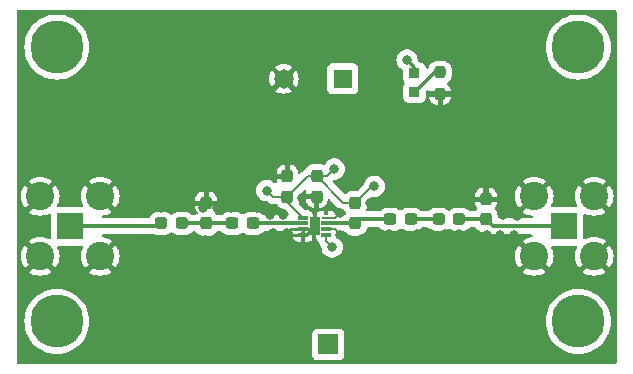
<source format=gbr>
%TF.GenerationSoftware,KiCad,Pcbnew,7.0.5*%
%TF.CreationDate,2023-11-04T20:07:06-04:00*%
%TF.ProjectId,modular,6d6f6475-6c61-4722-9e6b-696361645f70,rev?*%
%TF.SameCoordinates,Original*%
%TF.FileFunction,Copper,L1,Top*%
%TF.FilePolarity,Positive*%
%FSLAX46Y46*%
G04 Gerber Fmt 4.6, Leading zero omitted, Abs format (unit mm)*
G04 Created by KiCad (PCBNEW 7.0.5) date 2023-11-04 20:07:06*
%MOMM*%
%LPD*%
G01*
G04 APERTURE LIST*
G04 Aperture macros list*
%AMRoundRect*
0 Rectangle with rounded corners*
0 $1 Rounding radius*
0 $2 $3 $4 $5 $6 $7 $8 $9 X,Y pos of 4 corners*
0 Add a 4 corners polygon primitive as box body*
4,1,4,$2,$3,$4,$5,$6,$7,$8,$9,$2,$3,0*
0 Add four circle primitives for the rounded corners*
1,1,$1+$1,$2,$3*
1,1,$1+$1,$4,$5*
1,1,$1+$1,$6,$7*
1,1,$1+$1,$8,$9*
0 Add four rect primitives between the rounded corners*
20,1,$1+$1,$2,$3,$4,$5,0*
20,1,$1+$1,$4,$5,$6,$7,0*
20,1,$1+$1,$6,$7,$8,$9,0*
20,1,$1+$1,$8,$9,$2,$3,0*%
G04 Aperture macros list end*
%TA.AperFunction,ComponentPad*%
%ADD10C,4.500000*%
%TD*%
%TA.AperFunction,SMDPad,CuDef*%
%ADD11RoundRect,0.237500X-0.287500X-0.237500X0.287500X-0.237500X0.287500X0.237500X-0.287500X0.237500X0*%
%TD*%
%TA.AperFunction,SMDPad,CuDef*%
%ADD12R,0.930000X0.810000*%
%TD*%
%TA.AperFunction,SMDPad,CuDef*%
%ADD13RoundRect,0.237500X-0.237500X0.300000X-0.237500X-0.300000X0.237500X-0.300000X0.237500X0.300000X0*%
%TD*%
%TA.AperFunction,SMDPad,CuDef*%
%ADD14RoundRect,0.237500X0.237500X-0.250000X0.237500X0.250000X-0.237500X0.250000X-0.237500X-0.250000X0*%
%TD*%
%TA.AperFunction,ComponentPad*%
%ADD15R,1.700000X1.700000*%
%TD*%
%TA.AperFunction,ComponentPad*%
%ADD16R,1.650000X1.650000*%
%TD*%
%TA.AperFunction,ComponentPad*%
%ADD17C,1.650000*%
%TD*%
%TA.AperFunction,ComponentPad*%
%ADD18R,2.250000X2.250000*%
%TD*%
%TA.AperFunction,ComponentPad*%
%ADD19C,2.400000*%
%TD*%
%TA.AperFunction,SMDPad,CuDef*%
%ADD20RoundRect,0.237500X-0.300000X-0.237500X0.300000X-0.237500X0.300000X0.237500X-0.300000X0.237500X0*%
%TD*%
%TA.AperFunction,SMDPad,CuDef*%
%ADD21RoundRect,0.237500X0.237500X-0.300000X0.237500X0.300000X-0.237500X0.300000X-0.237500X-0.300000X0*%
%TD*%
%TA.AperFunction,SMDPad,CuDef*%
%ADD22RoundRect,0.011200X-0.358800X-0.128800X0.358800X-0.128800X0.358800X0.128800X-0.358800X0.128800X0*%
%TD*%
%TA.AperFunction,SMDPad,CuDef*%
%ADD23R,0.740000X0.280000*%
%TD*%
%TA.AperFunction,SMDPad,CuDef*%
%ADD24R,0.900000X1.600000*%
%TD*%
%TA.AperFunction,ViaPad*%
%ADD25C,0.800000*%
%TD*%
%TA.AperFunction,Conductor*%
%ADD26C,0.349250*%
%TD*%
%TA.AperFunction,Conductor*%
%ADD27C,0.250000*%
%TD*%
%TA.AperFunction,Conductor*%
%ADD28C,0.203200*%
%TD*%
%TA.AperFunction,Conductor*%
%ADD29C,0.348996*%
%TD*%
G04 APERTURE END LIST*
D10*
%TO.P,,1*%
%TO.N,N/C*%
X109030000Y-64500000D03*
%TD*%
D11*
%TO.P,L3,1,1*%
%TO.N,Net-(C5-Pad2)*%
X141345000Y-79092500D03*
%TO.P,L3,2,2*%
%TO.N,Power_Amp_Out*%
X143095000Y-79092500D03*
%TD*%
D10*
%TO.P,,1*%
%TO.N,N/C*%
X153180000Y-87720000D03*
%TD*%
D12*
%TO.P,D1,A*%
%TO.N,+3.3V*%
X139300000Y-66720000D03*
%TO.P,D1,C*%
%TO.N,Net-(D1-PadC)*%
X139300000Y-68340000D03*
%TD*%
D13*
%TO.P,C1,1*%
%TO.N,GND*%
X128540000Y-75437500D03*
%TO.P,C1,2*%
%TO.N,+3.3V*%
X128540000Y-77162500D03*
%TD*%
D14*
%TO.P,R1,1*%
%TO.N,GND*%
X141478000Y-68476500D03*
%TO.P,R1,2*%
%TO.N,Net-(D1-PadC)*%
X141478000Y-66651500D03*
%TD*%
D10*
%TO.P,,1*%
%TO.N,N/C*%
X153180000Y-64500000D03*
%TD*%
%TO.P,,1*%
%TO.N,N/C*%
X109030000Y-87720000D03*
%TD*%
D11*
%TO.P,L1,1,1*%
%TO.N,Power_Amp_In*%
X117855000Y-79432500D03*
%TO.P,L1,2,2*%
%TO.N,Net-(C2-Pad1)*%
X119605000Y-79432500D03*
%TD*%
D15*
%TO.P,J4,1,Pin_1*%
%TO.N,Net-(J4-Pin_1)*%
X132020000Y-89680000D03*
%TD*%
D13*
%TO.P,L2,1,1*%
%TO.N,+3.3V*%
X134310000Y-77697500D03*
%TO.P,L2,2,2*%
%TO.N,Net-(U1-OUT)*%
X134310000Y-79422500D03*
%TD*%
D16*
%TO.P,J1,01,01*%
%TO.N,+3.3V*%
X133232500Y-67180000D03*
D17*
%TO.P,J1,02,02*%
%TO.N,GND*%
X128232500Y-67180000D03*
%TD*%
D18*
%TO.P,J2,1,1*%
%TO.N,Power_Amp_Out*%
X151985000Y-79680000D03*
D19*
%TO.P,J2,2,2*%
%TO.N,GND*%
X149445000Y-77140000D03*
%TO.P,J2,3,3*%
X149445000Y-82220000D03*
%TO.P,J2,4,4*%
X154525000Y-82220000D03*
%TO.P,J2,5,5*%
X154525000Y-77140000D03*
%TD*%
D20*
%TO.P,C5,1*%
%TO.N,Net-(U1-OUT)*%
X137267500Y-79092500D03*
%TO.P,C5,2*%
%TO.N,Net-(C5-Pad2)*%
X138992500Y-79092500D03*
%TD*%
D21*
%TO.P,C4,1*%
%TO.N,GND*%
X131036250Y-77162500D03*
%TO.P,C4,2*%
%TO.N,+3.3V*%
X131036250Y-75437500D03*
%TD*%
D20*
%TO.P,C3,1*%
%TO.N,Net-(C2-Pad1)*%
X123897500Y-79432500D03*
%TO.P,C3,2*%
%TO.N,Net-(U1-IN)*%
X125622500Y-79432500D03*
%TD*%
D21*
%TO.P,C6,1*%
%TO.N,Power_Amp_Out*%
X145370000Y-79092500D03*
%TO.P,C6,2*%
%TO.N,GND*%
X145370000Y-77367500D03*
%TD*%
%TO.P,C2,1*%
%TO.N,Net-(C2-Pad1)*%
X121670000Y-79432500D03*
%TO.P,C2,2*%
%TO.N,GND*%
X121670000Y-77707500D03*
%TD*%
D22*
%TO.P,U1,1,VCC*%
%TO.N,+3.3V*%
X129862500Y-78930000D03*
%TO.P,U1,2,IN*%
%TO.N,Net-(U1-IN)*%
X129862500Y-79430000D03*
%TO.P,U1,3,GND*%
%TO.N,GND*%
X129862500Y-79930000D03*
%TO.P,U1,4,GND*%
X129862500Y-80430000D03*
%TO.P,U1,5,!EN*%
%TO.N,Net-(J4-Pin_1)*%
X131832500Y-80430000D03*
%TO.P,U1,6,GND*%
%TO.N,GND*%
X131832500Y-79930000D03*
%TO.P,U1,7,OUT*%
%TO.N,Net-(U1-OUT)*%
X131832500Y-79430000D03*
D23*
%TO.P,U1,8,GND*%
%TO.N,GND*%
X131832500Y-78930000D03*
D24*
%TO.P,U1,9*%
X130847500Y-79680000D03*
%TD*%
D18*
%TO.P,J3,1,1*%
%TO.N,Power_Amp_In*%
X110165000Y-79680000D03*
D19*
%TO.P,J3,2,2*%
%TO.N,GND*%
X112705000Y-82220000D03*
%TO.P,J3,3,3*%
X112705000Y-77140000D03*
%TO.P,J3,4,4*%
X107625000Y-77140000D03*
%TO.P,J3,5,5*%
X107625000Y-82220000D03*
%TD*%
D25*
%TO.N,GND*%
X137922856Y-77729810D03*
X140707144Y-80360000D03*
X119492723Y-71649528D03*
X133020000Y-78520000D03*
X107940977Y-71172878D03*
X134633362Y-83930268D03*
X147960000Y-78780000D03*
X114380000Y-80810000D03*
X145450000Y-80410000D03*
X127320000Y-80220000D03*
X147278599Y-85864905D03*
X111252000Y-90659441D03*
X114046000Y-75184000D03*
X120417985Y-87378969D03*
X117981432Y-80820000D03*
X108966000Y-72898000D03*
X137044649Y-69238241D03*
X139708280Y-89818294D03*
X137132860Y-80360000D03*
X121398572Y-78100000D03*
X124876062Y-65817578D03*
X125984000Y-73660000D03*
X116492634Y-74481388D03*
X141530764Y-83061083D03*
X114894456Y-72602827D03*
X139515716Y-80360000D03*
X141898572Y-80360000D03*
X113913118Y-64583897D03*
X152129211Y-70612114D03*
X142688568Y-77729810D03*
X133860000Y-80930000D03*
X116913207Y-90154753D03*
X134840000Y-80770000D03*
X147951516Y-65172699D03*
X123978839Y-67387719D03*
X116240290Y-87154663D03*
X137156802Y-86285478D03*
X134128674Y-73472012D03*
X135810967Y-90154753D03*
X135941432Y-80360000D03*
X147740000Y-80450000D03*
X126010000Y-78140000D03*
X117726316Y-66238152D03*
X112286901Y-67668101D03*
X152858204Y-73668280D03*
X130203323Y-83061083D03*
X116225043Y-65290591D03*
X141867223Y-62705336D03*
X129641331Y-63776527D03*
X127147157Y-83902230D03*
X126321432Y-80820000D03*
X147194484Y-68537285D03*
X123754533Y-86593899D03*
X121555716Y-80820000D03*
X108333512Y-68228865D03*
X118455309Y-84995720D03*
X140305712Y-77729810D03*
X136731428Y-77729810D03*
X138530674Y-83369504D03*
X115371105Y-69827044D03*
X122747144Y-80820000D03*
X126238000Y-69088000D03*
X132164771Y-64743846D03*
X110744799Y-70808381D03*
X123938572Y-80820000D03*
X143090000Y-80360000D03*
X116801054Y-83061083D03*
X149521656Y-74901961D03*
X124090991Y-84350841D03*
X138324288Y-80360000D03*
X123726495Y-64079209D03*
X117824288Y-78100000D03*
X124821432Y-78120000D03*
X106680000Y-72644000D03*
X133020000Y-80390000D03*
X121371284Y-84743376D03*
X120207144Y-78100000D03*
X110492455Y-72350483D03*
X118959997Y-68593362D03*
X132080656Y-69832783D03*
X137969910Y-63181986D03*
X115399143Y-66826954D03*
X140970000Y-74930000D03*
X122296545Y-89958485D03*
X139114284Y-77729810D03*
X125689170Y-86145287D03*
X115610000Y-80810000D03*
X146829987Y-88332268D03*
X127876151Y-87098587D03*
X125130000Y-80820000D03*
X115441432Y-78100000D03*
X128200000Y-78710000D03*
X139700000Y-72390000D03*
X113184124Y-71649528D03*
X139876509Y-85388255D03*
X119015716Y-78100000D03*
X126949662Y-64659731D03*
X141497140Y-77729810D03*
X138430000Y-74930000D03*
X148590000Y-72390000D03*
X123474151Y-74453350D03*
X144780000Y-63500000D03*
X135362356Y-82556395D03*
X139315745Y-87687389D03*
X113716850Y-86005096D03*
X119352532Y-63714712D03*
X125633094Y-88977147D03*
X128540000Y-80210000D03*
X116910000Y-80820000D03*
X116100099Y-85444332D03*
X144780000Y-67310000D03*
X121371284Y-82472280D03*
X142175643Y-86958396D03*
X135540000Y-77729810D03*
X149858115Y-68593362D03*
X119172860Y-80820000D03*
X143880000Y-77729810D03*
X127060000Y-78710000D03*
X112595322Y-87630000D03*
X117612935Y-71346846D03*
X120361908Y-74537464D03*
X143465401Y-89257530D03*
X122689080Y-69013935D03*
X145063580Y-82948930D03*
X134477924Y-63524183D03*
X146050000Y-71120000D03*
X124343335Y-70219579D03*
X133510605Y-70758044D03*
X117612935Y-69117808D03*
X122174000Y-72136000D03*
X143156981Y-84799453D03*
X121399322Y-66854992D03*
X117698277Y-88304230D03*
X130048000Y-69088000D03*
X143510000Y-71120000D03*
X114370000Y-78510000D03*
X146520000Y-80430000D03*
X120333870Y-89425759D03*
X129780000Y-77250000D03*
X120364288Y-80820000D03*
X140970000Y-64770000D03*
X134633362Y-87014472D03*
X144783197Y-86285478D03*
X146050000Y-73660000D03*
X116632860Y-78100000D03*
X123781432Y-78100000D03*
X114698188Y-89369682D03*
X143510000Y-73660000D03*
X122590000Y-78100000D03*
X146790000Y-78740000D03*
X144281432Y-80360000D03*
%TO.N,+3.3V*%
X126810000Y-76650000D03*
X138680000Y-65590000D03*
X135910000Y-76290000D03*
X132520000Y-74820000D03*
%TO.N,Net-(J4-Pin_1)*%
X132340000Y-81440000D03*
%TD*%
D26*
%TO.N,Net-(U1-IN)*%
X129862500Y-79430000D02*
X125625000Y-79430000D01*
D27*
%TO.N,GND*%
X129862500Y-80430000D02*
X129862500Y-79930000D01*
X130597500Y-79930000D02*
X130847500Y-79680000D01*
X130097500Y-80430000D02*
X130847500Y-79680000D01*
D28*
X132560000Y-79930000D02*
X133020000Y-80390000D01*
X131036250Y-77162500D02*
X129867500Y-77162500D01*
X131832500Y-79930000D02*
X132560000Y-79930000D01*
D27*
X129862500Y-79930000D02*
X130597500Y-79930000D01*
X129862500Y-80430000D02*
X130097500Y-80430000D01*
X129862500Y-79930000D02*
X128820000Y-79930000D01*
D28*
X132610000Y-78930000D02*
X133020000Y-78520000D01*
D27*
X128820000Y-79930000D02*
X128540000Y-80210000D01*
D28*
X131832500Y-78930000D02*
X132610000Y-78930000D01*
X129867500Y-77162500D02*
X129780000Y-77250000D01*
%TO.N,+3.3V*%
X127322500Y-77162500D02*
X126810000Y-76650000D01*
D27*
X139300000Y-66720000D02*
X139300000Y-66210000D01*
D28*
X131036250Y-75437500D02*
X130265000Y-75437500D01*
X131036250Y-75437500D02*
X131902500Y-75437500D01*
X131902500Y-75437500D02*
X132520000Y-74820000D01*
X133296250Y-77697500D02*
X131036250Y-75437500D01*
X130265000Y-75437500D02*
X128540000Y-77162500D01*
X128540000Y-77607500D02*
X129862500Y-78930000D01*
D27*
X139300000Y-66210000D02*
X138680000Y-65590000D01*
D28*
X134310000Y-77697500D02*
X135717500Y-76290000D01*
X135717500Y-76290000D02*
X135910000Y-76290000D01*
X134310000Y-77697500D02*
X133296250Y-77697500D01*
X128540000Y-77162500D02*
X127322500Y-77162500D01*
X128540000Y-77162500D02*
X128540000Y-77607500D01*
D29*
%TO.N,Net-(C2-Pad1)*%
X121670000Y-79432500D02*
X123897500Y-79432500D01*
X119605000Y-79432500D02*
X121670000Y-79432500D01*
D27*
%TO.N,Net-(U1-IN)*%
X125625000Y-79430000D02*
X125622500Y-79432500D01*
D28*
%TO.N,Net-(U1-OUT)*%
X134302500Y-79430000D02*
X134310000Y-79422500D01*
D29*
X134640000Y-79092500D02*
X134310000Y-79422500D01*
X131832500Y-79430000D02*
X134302500Y-79430000D01*
X137267500Y-79092500D02*
X134640000Y-79092500D01*
%TO.N,Net-(C5-Pad2)*%
X141345000Y-79092500D02*
X138992500Y-79092500D01*
%TO.N,Power_Amp_Out*%
X143095000Y-79092500D02*
X145370000Y-79092500D01*
X145957500Y-79680000D02*
X151985000Y-79680000D01*
X145370000Y-79092500D02*
X145957500Y-79680000D01*
%TO.N,Power_Amp_In*%
X110165000Y-79680000D02*
X117607500Y-79680000D01*
X117607500Y-79680000D02*
X117855000Y-79432500D01*
D28*
%TO.N,Net-(J4-Pin_1)*%
X132340000Y-81440000D02*
X131832500Y-80932500D01*
X131832500Y-80932500D02*
X131832500Y-80430000D01*
D27*
%TO.N,Net-(D1-PadC)*%
X141794000Y-66651500D02*
X140988500Y-66651500D01*
X140988500Y-66651500D02*
X139300000Y-68340000D01*
%TD*%
%TA.AperFunction,Conductor*%
%TO.N,GND*%
G36*
X130057637Y-76598874D02*
G01*
X130113570Y-76640746D01*
X130137987Y-76706210D01*
X130135922Y-76739240D01*
X130135578Y-76740968D01*
X130129450Y-76808405D01*
X130129449Y-76946600D01*
X131128150Y-76946600D01*
X131195189Y-76966285D01*
X131240944Y-77019089D01*
X131252150Y-77070600D01*
X131252149Y-78131798D01*
X131252150Y-78131799D01*
X131306341Y-78131799D01*
X131372703Y-78151285D01*
X131426911Y-78115814D01*
X131550458Y-78077316D01*
X131689548Y-77993234D01*
X131689552Y-77993231D01*
X131804481Y-77878302D01*
X131804484Y-77878298D01*
X131888566Y-77739208D01*
X131888568Y-77739204D01*
X131936921Y-77584032D01*
X131943049Y-77516595D01*
X131943049Y-77495164D01*
X131962731Y-77428124D01*
X132015533Y-77382367D01*
X132084691Y-77372420D01*
X132148248Y-77401443D01*
X132154730Y-77407478D01*
X132839719Y-78092467D01*
X132845072Y-78098570D01*
X132865868Y-78125671D01*
X132866828Y-78126922D01*
X132898400Y-78151148D01*
X132898404Y-78151152D01*
X132949257Y-78190173D01*
X132992601Y-78223433D01*
X132992604Y-78223435D01*
X133064419Y-78253181D01*
X133139070Y-78284102D01*
X133296250Y-78304795D01*
X133307949Y-78303254D01*
X133376981Y-78314017D01*
X133429238Y-78360395D01*
X133429578Y-78360943D01*
X133488828Y-78457001D01*
X133489661Y-78458351D01*
X133503629Y-78472319D01*
X133537114Y-78533642D01*
X133532130Y-78603334D01*
X133503629Y-78647681D01*
X133489660Y-78661649D01*
X133489657Y-78661653D01*
X133468411Y-78696099D01*
X133416463Y-78742824D01*
X133362873Y-78755002D01*
X132735707Y-78755002D01*
X132668668Y-78735317D01*
X132622913Y-78682513D01*
X132618665Y-78671956D01*
X132588572Y-78585954D01*
X132511277Y-78481222D01*
X132406543Y-78403926D01*
X132283685Y-78360936D01*
X132283683Y-78360935D01*
X132254511Y-78358200D01*
X131972499Y-78358200D01*
X131972500Y-78631002D01*
X131952816Y-78698041D01*
X131900012Y-78743796D01*
X131848500Y-78755002D01*
X131816500Y-78755002D01*
X131749461Y-78735317D01*
X131703706Y-78682513D01*
X131692500Y-78631002D01*
X131692499Y-78358200D01*
X131463800Y-78358200D01*
X131397505Y-78338733D01*
X131347295Y-78372841D01*
X131258455Y-78403926D01*
X131231298Y-78423970D01*
X131165669Y-78447941D01*
X131157664Y-78448200D01*
X131063400Y-78448200D01*
X131063400Y-78954163D01*
X131043715Y-79021202D01*
X131038667Y-79028474D01*
X131019973Y-79053445D01*
X131019971Y-79053448D01*
X130969984Y-79187471D01*
X130928113Y-79243405D01*
X130862648Y-79267822D01*
X130794375Y-79252970D01*
X130744970Y-79203565D01*
X130730118Y-79135292D01*
X130730513Y-79130881D01*
X130732999Y-79107758D01*
X130732999Y-79107754D01*
X130733000Y-79107745D01*
X130732999Y-78752256D01*
X130727031Y-78696732D01*
X130726448Y-78691311D01*
X130675028Y-78553448D01*
X130675026Y-78553445D01*
X130656333Y-78528474D01*
X130631916Y-78463010D01*
X130631600Y-78454163D01*
X130631599Y-78448199D01*
X130626079Y-78442679D01*
X130577840Y-78428515D01*
X130570568Y-78423466D01*
X130469058Y-78347475D01*
X130469051Y-78347471D01*
X130331191Y-78296053D01*
X130331189Y-78296052D01*
X130331188Y-78296052D01*
X130331187Y-78296051D01*
X130331184Y-78296051D01*
X130270261Y-78289500D01*
X130270245Y-78289500D01*
X130124860Y-78289500D01*
X130057821Y-78269815D01*
X130037179Y-78253181D01*
X129532270Y-77748272D01*
X129498785Y-77686949D01*
X129502247Y-77621583D01*
X129505174Y-77612753D01*
X129515500Y-77511677D01*
X129515500Y-77378400D01*
X130129451Y-77378400D01*
X130129451Y-77516604D01*
X130135576Y-77584024D01*
X130135578Y-77584031D01*
X130183931Y-77739204D01*
X130183933Y-77739208D01*
X130268015Y-77878298D01*
X130268018Y-77878302D01*
X130382947Y-77993231D01*
X130382951Y-77993234D01*
X130522041Y-78077316D01*
X130522045Y-78077318D01*
X130677218Y-78125671D01*
X130677216Y-78125671D01*
X130744656Y-78131799D01*
X130820349Y-78131798D01*
X130820350Y-78131798D01*
X130820350Y-77378400D01*
X130129451Y-77378400D01*
X129515500Y-77378400D01*
X129515499Y-77089858D01*
X129535183Y-77022820D01*
X129551813Y-77002183D01*
X129926623Y-76627374D01*
X129987945Y-76593890D01*
X130057637Y-76598874D01*
G37*
%TD.AperFunction*%
%TA.AperFunction,Conductor*%
G36*
X156362539Y-61390185D02*
G01*
X156408294Y-61442989D01*
X156419500Y-61494500D01*
X156419500Y-91175500D01*
X156399815Y-91242539D01*
X156347011Y-91288294D01*
X156295500Y-91299500D01*
X105744500Y-91299500D01*
X105677461Y-91279815D01*
X105631706Y-91227011D01*
X105620500Y-91175500D01*
X105620500Y-90577870D01*
X130669500Y-90577870D01*
X130669501Y-90577876D01*
X130675908Y-90637483D01*
X130726202Y-90772328D01*
X130726206Y-90772335D01*
X130812452Y-90887544D01*
X130812455Y-90887547D01*
X130927664Y-90973793D01*
X130927671Y-90973797D01*
X131062517Y-91024091D01*
X131062516Y-91024091D01*
X131069444Y-91024835D01*
X131122127Y-91030500D01*
X132917872Y-91030499D01*
X132977483Y-91024091D01*
X133112331Y-90973796D01*
X133227546Y-90887546D01*
X133313796Y-90772331D01*
X133364091Y-90637483D01*
X133370500Y-90577873D01*
X133370499Y-88782128D01*
X133364091Y-88722517D01*
X133354618Y-88697119D01*
X133313797Y-88587671D01*
X133313793Y-88587664D01*
X133227547Y-88472455D01*
X133227544Y-88472452D01*
X133112335Y-88386206D01*
X133112328Y-88386202D01*
X132977482Y-88335908D01*
X132977483Y-88335908D01*
X132917883Y-88329501D01*
X132917881Y-88329500D01*
X132917873Y-88329500D01*
X132917864Y-88329500D01*
X131122129Y-88329500D01*
X131122123Y-88329501D01*
X131062516Y-88335908D01*
X130927671Y-88386202D01*
X130927664Y-88386206D01*
X130812455Y-88472452D01*
X130812452Y-88472455D01*
X130726206Y-88587664D01*
X130726202Y-88587671D01*
X130675908Y-88722517D01*
X130669501Y-88782116D01*
X130669501Y-88782123D01*
X130669500Y-88782135D01*
X130669500Y-90577870D01*
X105620500Y-90577870D01*
X105620500Y-87720000D01*
X106274473Y-87720000D01*
X106294563Y-88052136D01*
X106294563Y-88052141D01*
X106294564Y-88052142D01*
X106354544Y-88379441D01*
X106354545Y-88379445D01*
X106354546Y-88379449D01*
X106453530Y-88697104D01*
X106453534Y-88697116D01*
X106453537Y-88697123D01*
X106590102Y-89000557D01*
X106762246Y-89285318D01*
X106762251Y-89285326D01*
X106967460Y-89547255D01*
X107202744Y-89782539D01*
X107464673Y-89987748D01*
X107464678Y-89987751D01*
X107464682Y-89987754D01*
X107749443Y-90159898D01*
X108052877Y-90296463D01*
X108052890Y-90296467D01*
X108052895Y-90296469D01*
X108264664Y-90362458D01*
X108370559Y-90395456D01*
X108697858Y-90455436D01*
X109030000Y-90475527D01*
X109362142Y-90455436D01*
X109689441Y-90395456D01*
X110007123Y-90296463D01*
X110310557Y-90159898D01*
X110595318Y-89987754D01*
X110857252Y-89782542D01*
X111092542Y-89547252D01*
X111297754Y-89285318D01*
X111469898Y-89000557D01*
X111606463Y-88697123D01*
X111705456Y-88379441D01*
X111765436Y-88052142D01*
X111785527Y-87720000D01*
X111785527Y-87719999D01*
X150424473Y-87719999D01*
X150444563Y-88052136D01*
X150444563Y-88052141D01*
X150444564Y-88052142D01*
X150504544Y-88379441D01*
X150504545Y-88379445D01*
X150504546Y-88379449D01*
X150603530Y-88697104D01*
X150603534Y-88697116D01*
X150603537Y-88697123D01*
X150740102Y-89000557D01*
X150912246Y-89285318D01*
X150912251Y-89285326D01*
X151117460Y-89547255D01*
X151352744Y-89782539D01*
X151614673Y-89987748D01*
X151614678Y-89987751D01*
X151614682Y-89987754D01*
X151899443Y-90159898D01*
X152202877Y-90296463D01*
X152202890Y-90296467D01*
X152202895Y-90296469D01*
X152414664Y-90362458D01*
X152520559Y-90395456D01*
X152847858Y-90455436D01*
X153180000Y-90475527D01*
X153512142Y-90455436D01*
X153839441Y-90395456D01*
X154157123Y-90296463D01*
X154460557Y-90159898D01*
X154745318Y-89987754D01*
X155007252Y-89782542D01*
X155242542Y-89547252D01*
X155447754Y-89285318D01*
X155619898Y-89000557D01*
X155756463Y-88697123D01*
X155855456Y-88379441D01*
X155915436Y-88052142D01*
X155935527Y-87720000D01*
X155915436Y-87387858D01*
X155855456Y-87060559D01*
X155756463Y-86742877D01*
X155619898Y-86439443D01*
X155447754Y-86154682D01*
X155447751Y-86154678D01*
X155447748Y-86154673D01*
X155242539Y-85892744D01*
X155007255Y-85657460D01*
X154745326Y-85452251D01*
X154745318Y-85452246D01*
X154460557Y-85280102D01*
X154157123Y-85143537D01*
X154157116Y-85143534D01*
X154157104Y-85143530D01*
X153839449Y-85044546D01*
X153839445Y-85044545D01*
X153839441Y-85044544D01*
X153512142Y-84984564D01*
X153512141Y-84984563D01*
X153512136Y-84984563D01*
X153208800Y-84966215D01*
X153180000Y-84964473D01*
X153179999Y-84964473D01*
X152847863Y-84984563D01*
X152847857Y-84984564D01*
X152847858Y-84984564D01*
X152520559Y-85044544D01*
X152520556Y-85044544D01*
X152520550Y-85044546D01*
X152202895Y-85143530D01*
X152202879Y-85143536D01*
X152202877Y-85143537D01*
X152009656Y-85230498D01*
X151899447Y-85280100D01*
X151899445Y-85280101D01*
X151614673Y-85452251D01*
X151352744Y-85657460D01*
X151117460Y-85892744D01*
X150912251Y-86154673D01*
X150740101Y-86439445D01*
X150740100Y-86439447D01*
X150603536Y-86742880D01*
X150603530Y-86742895D01*
X150504546Y-87060550D01*
X150444563Y-87387863D01*
X150424473Y-87719999D01*
X111785527Y-87719999D01*
X111765436Y-87387858D01*
X111705456Y-87060559D01*
X111606463Y-86742877D01*
X111469898Y-86439443D01*
X111297754Y-86154682D01*
X111297751Y-86154678D01*
X111297748Y-86154673D01*
X111092539Y-85892744D01*
X110857255Y-85657460D01*
X110595326Y-85452251D01*
X110595318Y-85452246D01*
X110310557Y-85280102D01*
X110007123Y-85143537D01*
X110007116Y-85143534D01*
X110007104Y-85143530D01*
X109689449Y-85044546D01*
X109689445Y-85044545D01*
X109689441Y-85044544D01*
X109362142Y-84984564D01*
X109362141Y-84984563D01*
X109362136Y-84984563D01*
X109030000Y-84964473D01*
X108697863Y-84984563D01*
X108697857Y-84984564D01*
X108697858Y-84984564D01*
X108370559Y-85044544D01*
X108370556Y-85044544D01*
X108370550Y-85044546D01*
X108052895Y-85143530D01*
X108052879Y-85143536D01*
X108052877Y-85143537D01*
X107859656Y-85230498D01*
X107749447Y-85280100D01*
X107749445Y-85280101D01*
X107464673Y-85452251D01*
X107202744Y-85657460D01*
X106967460Y-85892744D01*
X106762251Y-86154673D01*
X106590101Y-86439445D01*
X106590100Y-86439447D01*
X106453536Y-86742880D01*
X106453530Y-86742895D01*
X106354546Y-87060550D01*
X106294563Y-87387863D01*
X106274473Y-87720000D01*
X105620500Y-87720000D01*
X105620500Y-82220000D01*
X105988154Y-82220000D01*
X106008305Y-82476055D01*
X106068267Y-82725814D01*
X106068268Y-82725817D01*
X106166557Y-82963109D01*
X106166559Y-82963112D01*
X106300763Y-83182113D01*
X106326925Y-83212745D01*
X106326926Y-83212745D01*
X106926946Y-82612723D01*
X106995577Y-82721948D01*
X107123052Y-82849423D01*
X107232274Y-82918052D01*
X106632253Y-83518073D01*
X106662886Y-83544236D01*
X106881887Y-83678440D01*
X106881890Y-83678442D01*
X107119182Y-83776731D01*
X107119185Y-83776732D01*
X107368945Y-83836694D01*
X107368943Y-83836694D01*
X107625000Y-83856845D01*
X107881055Y-83836694D01*
X108130814Y-83776732D01*
X108130817Y-83776731D01*
X108368109Y-83678442D01*
X108368112Y-83678440D01*
X108587111Y-83544237D01*
X108617744Y-83518072D01*
X108017724Y-82918052D01*
X108126948Y-82849423D01*
X108254423Y-82721948D01*
X108323052Y-82612724D01*
X108923072Y-83212745D01*
X108949237Y-83182111D01*
X109083440Y-82963112D01*
X109083442Y-82963109D01*
X109181731Y-82725817D01*
X109181732Y-82725814D01*
X109241694Y-82476055D01*
X109261845Y-82220000D01*
X109241694Y-81963944D01*
X109181732Y-81714186D01*
X109083467Y-81476952D01*
X109075998Y-81407482D01*
X109107273Y-81345003D01*
X109167362Y-81309351D01*
X109198020Y-81305499D01*
X111131971Y-81305499D01*
X111199010Y-81325184D01*
X111244765Y-81377988D01*
X111254709Y-81447146D01*
X111246532Y-81476951D01*
X111148268Y-81714182D01*
X111148267Y-81714185D01*
X111088305Y-81963944D01*
X111068154Y-82219999D01*
X111088305Y-82476055D01*
X111148267Y-82725814D01*
X111148268Y-82725817D01*
X111246557Y-82963109D01*
X111246559Y-82963112D01*
X111380763Y-83182113D01*
X111406925Y-83212745D01*
X112006946Y-82612723D01*
X112075577Y-82721948D01*
X112203052Y-82849423D01*
X112312274Y-82918051D01*
X111712253Y-83518073D01*
X111742886Y-83544236D01*
X111961887Y-83678440D01*
X111961890Y-83678442D01*
X112199182Y-83776731D01*
X112199185Y-83776732D01*
X112448945Y-83836694D01*
X112448943Y-83836694D01*
X112704999Y-83856845D01*
X112961055Y-83836694D01*
X113210814Y-83776732D01*
X113210817Y-83776731D01*
X113448109Y-83678442D01*
X113448112Y-83678440D01*
X113667111Y-83544237D01*
X113697745Y-83518072D01*
X113097724Y-82918052D01*
X113206948Y-82849423D01*
X113334423Y-82721948D01*
X113403052Y-82612724D01*
X114003072Y-83212744D01*
X114029237Y-83182111D01*
X114163440Y-82963112D01*
X114163442Y-82963109D01*
X114261731Y-82725817D01*
X114261732Y-82725814D01*
X114321694Y-82476055D01*
X114341845Y-82219999D01*
X114321694Y-81963944D01*
X114261732Y-81714185D01*
X114261731Y-81714182D01*
X114163442Y-81476890D01*
X114163440Y-81476887D01*
X114029236Y-81257886D01*
X114003073Y-81227253D01*
X113403051Y-81827274D01*
X113334423Y-81718052D01*
X113206948Y-81590577D01*
X113097723Y-81521946D01*
X113697745Y-80921925D01*
X113667113Y-80895763D01*
X113448112Y-80761559D01*
X113448109Y-80761557D01*
X113210817Y-80663268D01*
X113210814Y-80663267D01*
X112961054Y-80603305D01*
X112961056Y-80603305D01*
X112952295Y-80602616D01*
X112887006Y-80577732D01*
X112881303Y-80570000D01*
X129060701Y-80570000D01*
X129060701Y-80612162D01*
X129063505Y-80642084D01*
X129063507Y-80642094D01*
X129107613Y-80768138D01*
X129107613Y-80768139D01*
X129186912Y-80875586D01*
X129186913Y-80875587D01*
X129294360Y-80954886D01*
X129294359Y-80954886D01*
X129420406Y-80998992D01*
X129420415Y-80998994D01*
X129450330Y-81001799D01*
X129722499Y-81001799D01*
X129722500Y-81001798D01*
X129722500Y-80570000D01*
X129060701Y-80570000D01*
X112881303Y-80570000D01*
X112845535Y-80521502D01*
X112841048Y-80451776D01*
X112874970Y-80390693D01*
X112936530Y-80357647D01*
X112962023Y-80354998D01*
X117268450Y-80354998D01*
X117307453Y-80361291D01*
X117417247Y-80397674D01*
X117518323Y-80408000D01*
X118191676Y-80407999D01*
X118191684Y-80407998D01*
X118191687Y-80407998D01*
X118247030Y-80402344D01*
X118292753Y-80397674D01*
X118456516Y-80343408D01*
X118603350Y-80252840D01*
X118642318Y-80213870D01*
X118703642Y-80180386D01*
X118773334Y-80185370D01*
X118817681Y-80213871D01*
X118856650Y-80252840D01*
X119003484Y-80343408D01*
X119167247Y-80397674D01*
X119268323Y-80408000D01*
X119941676Y-80407999D01*
X119941684Y-80407998D01*
X119941687Y-80407998D01*
X119997030Y-80402344D01*
X120042753Y-80397674D01*
X120206516Y-80343408D01*
X120353350Y-80252840D01*
X120462373Y-80143815D01*
X120523697Y-80110332D01*
X120550055Y-80107498D01*
X120727499Y-80107498D01*
X120794538Y-80127183D01*
X120833037Y-80166401D01*
X120849657Y-80193346D01*
X120849660Y-80193350D01*
X120971650Y-80315340D01*
X121118484Y-80405908D01*
X121282247Y-80460174D01*
X121383323Y-80470500D01*
X121956676Y-80470499D01*
X121956684Y-80470498D01*
X121956687Y-80470498D01*
X122012030Y-80464844D01*
X122057753Y-80460174D01*
X122221516Y-80405908D01*
X122368350Y-80315340D01*
X122490340Y-80193350D01*
X122502591Y-80173488D01*
X122506963Y-80166401D01*
X122558911Y-80119676D01*
X122612501Y-80107498D01*
X122939945Y-80107498D01*
X123006984Y-80127183D01*
X123027626Y-80143816D01*
X123136650Y-80252840D01*
X123283484Y-80343408D01*
X123447247Y-80397674D01*
X123548323Y-80408000D01*
X124246676Y-80407999D01*
X124246684Y-80407998D01*
X124246687Y-80407998D01*
X124302030Y-80402344D01*
X124347753Y-80397674D01*
X124511516Y-80343408D01*
X124658350Y-80252840D01*
X124672319Y-80238871D01*
X124733642Y-80205386D01*
X124803334Y-80210370D01*
X124847681Y-80238871D01*
X124861650Y-80252840D01*
X125008484Y-80343408D01*
X125172247Y-80397674D01*
X125273323Y-80408000D01*
X125971676Y-80407999D01*
X125971684Y-80407998D01*
X125971687Y-80407998D01*
X126027030Y-80402344D01*
X126072753Y-80397674D01*
X126236516Y-80343408D01*
X126383350Y-80252840D01*
X126494746Y-80141444D01*
X126556069Y-80107959D01*
X126582427Y-80105125D01*
X128937910Y-80105125D01*
X129004949Y-80124810D01*
X129050704Y-80177614D01*
X129061369Y-80240696D01*
X129060700Y-80247834D01*
X129060700Y-80290000D01*
X129722500Y-80290000D01*
X129722500Y-80229125D01*
X129742185Y-80162086D01*
X129794989Y-80116331D01*
X129846500Y-80105125D01*
X129878500Y-80105125D01*
X129945539Y-80124810D01*
X129991294Y-80177614D01*
X130002500Y-80229125D01*
X130002500Y-81001799D01*
X130274662Y-81001799D01*
X130304584Y-80998994D01*
X130304594Y-80998992D01*
X130430636Y-80954887D01*
X130456187Y-80936030D01*
X130521816Y-80912058D01*
X130529823Y-80911799D01*
X130631600Y-80911799D01*
X130631600Y-79905836D01*
X130651285Y-79838797D01*
X130656334Y-79831524D01*
X130675027Y-79806554D01*
X130726448Y-79668688D01*
X130726448Y-79668682D01*
X130726819Y-79667115D01*
X130727443Y-79666017D01*
X130729159Y-79661419D01*
X130729903Y-79661696D01*
X130761384Y-79606395D01*
X130823291Y-79574001D01*
X130892883Y-79580219D01*
X130948066Y-79623074D01*
X130965620Y-79661501D01*
X130965841Y-79661419D01*
X130966987Y-79664492D01*
X130968174Y-79667090D01*
X130968550Y-79668684D01*
X130968552Y-79668689D01*
X131019973Y-79806554D01*
X131034830Y-79826401D01*
X131038666Y-79831524D01*
X131063084Y-79896988D01*
X131063400Y-79905836D01*
X131063400Y-79954163D01*
X131043715Y-80021202D01*
X131038667Y-80028474D01*
X131019973Y-80053445D01*
X131019971Y-80053448D01*
X130968553Y-80191308D01*
X130968551Y-80191315D01*
X130962000Y-80252238D01*
X130962000Y-80607740D01*
X130962001Y-80607748D01*
X130968551Y-80668686D01*
X130968552Y-80668688D01*
X131019973Y-80806554D01*
X131019974Y-80806555D01*
X131038666Y-80831524D01*
X131063084Y-80896988D01*
X131063400Y-80905836D01*
X131063400Y-80911799D01*
X131068920Y-80917319D01*
X131117158Y-80931484D01*
X131124430Y-80936532D01*
X131195001Y-80989362D01*
X131236872Y-81045295D01*
X131243630Y-81072448D01*
X131245897Y-81089677D01*
X131245898Y-81089680D01*
X131306567Y-81236147D01*
X131331746Y-81268962D01*
X131378847Y-81330347D01*
X131378849Y-81330348D01*
X131408024Y-81368368D01*
X131405465Y-81370331D01*
X131431706Y-81418388D01*
X131433340Y-81433591D01*
X131433861Y-81433537D01*
X131434540Y-81439998D01*
X131434540Y-81440000D01*
X131454326Y-81628256D01*
X131454327Y-81628259D01*
X131512818Y-81808277D01*
X131512821Y-81808284D01*
X131607467Y-81972216D01*
X131669272Y-82040857D01*
X131734129Y-82112888D01*
X131887265Y-82224148D01*
X131887270Y-82224151D01*
X132060192Y-82301142D01*
X132060197Y-82301144D01*
X132245354Y-82340500D01*
X132245355Y-82340500D01*
X132434644Y-82340500D01*
X132434646Y-82340500D01*
X132619803Y-82301144D01*
X132792730Y-82224151D01*
X132945871Y-82112888D01*
X133072533Y-81972216D01*
X133167179Y-81808284D01*
X133225674Y-81628256D01*
X133245460Y-81440000D01*
X133225674Y-81251744D01*
X133167179Y-81071716D01*
X133072533Y-80907784D01*
X132945871Y-80767112D01*
X132938226Y-80761557D01*
X132792729Y-80655848D01*
X132776561Y-80648649D01*
X132723325Y-80603398D01*
X132703005Y-80536548D01*
X132702999Y-80535527D01*
X132702999Y-80252256D01*
X132702998Y-80252252D01*
X132702998Y-80252241D01*
X132701924Y-80242247D01*
X132714333Y-80173488D01*
X132761946Y-80122353D01*
X132825214Y-80104998D01*
X133372125Y-80104998D01*
X133439164Y-80124683D01*
X133477663Y-80163900D01*
X133487831Y-80180386D01*
X133489660Y-80183350D01*
X133611650Y-80305340D01*
X133758484Y-80395908D01*
X133922247Y-80450174D01*
X134023323Y-80460500D01*
X134596676Y-80460499D01*
X134596684Y-80460498D01*
X134596687Y-80460498D01*
X134652030Y-80454844D01*
X134697753Y-80450174D01*
X134861516Y-80395908D01*
X135008350Y-80305340D01*
X135130340Y-80183350D01*
X135220908Y-80036516D01*
X135275174Y-79872753D01*
X135275175Y-79872740D01*
X135276592Y-79866129D01*
X135279518Y-79866755D01*
X135300880Y-79814282D01*
X135358029Y-79774084D01*
X135397904Y-79767498D01*
X136309945Y-79767498D01*
X136376984Y-79787183D01*
X136397626Y-79803816D01*
X136506650Y-79912840D01*
X136653484Y-80003408D01*
X136817247Y-80057674D01*
X136918323Y-80068000D01*
X137616676Y-80067999D01*
X137616684Y-80067998D01*
X137616687Y-80067998D01*
X137672030Y-80062344D01*
X137717753Y-80057674D01*
X137881516Y-80003408D01*
X138028350Y-79912840D01*
X138042318Y-79898871D01*
X138103642Y-79865386D01*
X138173334Y-79870370D01*
X138217681Y-79898871D01*
X138231650Y-79912840D01*
X138378484Y-80003408D01*
X138542247Y-80057674D01*
X138643323Y-80068000D01*
X139341676Y-80067999D01*
X139341684Y-80067998D01*
X139341687Y-80067998D01*
X139397030Y-80062344D01*
X139442753Y-80057674D01*
X139606516Y-80003408D01*
X139753350Y-79912840D01*
X139862374Y-79803816D01*
X139923697Y-79770332D01*
X139950055Y-79767498D01*
X140399945Y-79767498D01*
X140466984Y-79787183D01*
X140487626Y-79803816D01*
X140596650Y-79912840D01*
X140743484Y-80003408D01*
X140907247Y-80057674D01*
X141008323Y-80068000D01*
X141681676Y-80067999D01*
X141681684Y-80067998D01*
X141681687Y-80067998D01*
X141737030Y-80062344D01*
X141782753Y-80057674D01*
X141946516Y-80003408D01*
X142093350Y-79912840D01*
X142132319Y-79873871D01*
X142193642Y-79840386D01*
X142263334Y-79845370D01*
X142307681Y-79873871D01*
X142346650Y-79912840D01*
X142493484Y-80003408D01*
X142657247Y-80057674D01*
X142758323Y-80068000D01*
X143431676Y-80067999D01*
X143431684Y-80067998D01*
X143431687Y-80067998D01*
X143487030Y-80062344D01*
X143532753Y-80057674D01*
X143696516Y-80003408D01*
X143843350Y-79912840D01*
X143952373Y-79803816D01*
X144013697Y-79770332D01*
X144040055Y-79767498D01*
X144427499Y-79767498D01*
X144494538Y-79787183D01*
X144533037Y-79826401D01*
X144549657Y-79853346D01*
X144549660Y-79853350D01*
X144671650Y-79975340D01*
X144818484Y-80065908D01*
X144982247Y-80120174D01*
X145083323Y-80130500D01*
X145399011Y-80130499D01*
X145466050Y-80150183D01*
X145491825Y-80172270D01*
X145496559Y-80177614D01*
X145506606Y-80188954D01*
X145510027Y-80191315D01*
X145555717Y-80222853D01*
X145558734Y-80225073D01*
X145587787Y-80247834D01*
X145605732Y-80261893D01*
X145614265Y-80265733D01*
X145633803Y-80276752D01*
X145641509Y-80282071D01*
X145697321Y-80303238D01*
X145700773Y-80304667D01*
X145755211Y-80329168D01*
X145755219Y-80329169D01*
X145755221Y-80329170D01*
X145764407Y-80330854D01*
X145786028Y-80336880D01*
X145794776Y-80340198D01*
X145820463Y-80343316D01*
X145854033Y-80347393D01*
X145857730Y-80347955D01*
X145916445Y-80358715D01*
X145916446Y-80358714D01*
X145916447Y-80358715D01*
X145976029Y-80355111D01*
X145979773Y-80354998D01*
X149187977Y-80354998D01*
X149255016Y-80374683D01*
X149300771Y-80427487D01*
X149310715Y-80496645D01*
X149281690Y-80560201D01*
X149222912Y-80597975D01*
X149197705Y-80602616D01*
X149188944Y-80603305D01*
X148939185Y-80663267D01*
X148939182Y-80663268D01*
X148701890Y-80761557D01*
X148701887Y-80761559D01*
X148482888Y-80895762D01*
X148482883Y-80895765D01*
X148452253Y-80921926D01*
X149052275Y-81521947D01*
X148943052Y-81590577D01*
X148815577Y-81718052D01*
X148746947Y-81827275D01*
X148146926Y-81227253D01*
X148120765Y-81257883D01*
X148120762Y-81257888D01*
X147986559Y-81476887D01*
X147986557Y-81476890D01*
X147888268Y-81714182D01*
X147888267Y-81714185D01*
X147828305Y-81963944D01*
X147808154Y-82220000D01*
X147828305Y-82476055D01*
X147888267Y-82725814D01*
X147888268Y-82725817D01*
X147986557Y-82963109D01*
X147986559Y-82963112D01*
X148120763Y-83182113D01*
X148146925Y-83212745D01*
X148146926Y-83212745D01*
X148746947Y-82612723D01*
X148815577Y-82721948D01*
X148943052Y-82849423D01*
X149052274Y-82918052D01*
X148452253Y-83518073D01*
X148482886Y-83544236D01*
X148701887Y-83678440D01*
X148701890Y-83678442D01*
X148939182Y-83776731D01*
X148939185Y-83776732D01*
X149188945Y-83836694D01*
X149188943Y-83836694D01*
X149445000Y-83856845D01*
X149701055Y-83836694D01*
X149950814Y-83776732D01*
X149950817Y-83776731D01*
X150188109Y-83678442D01*
X150188112Y-83678440D01*
X150407111Y-83544237D01*
X150437744Y-83518072D01*
X149837724Y-82918052D01*
X149946948Y-82849423D01*
X150074423Y-82721948D01*
X150143052Y-82612724D01*
X150743072Y-83212745D01*
X150769237Y-83182111D01*
X150903440Y-82963112D01*
X150903442Y-82963109D01*
X151001731Y-82725817D01*
X151001732Y-82725814D01*
X151061694Y-82476055D01*
X151081845Y-82220000D01*
X151061694Y-81963944D01*
X151001732Y-81714186D01*
X150903467Y-81476952D01*
X150895998Y-81407482D01*
X150927273Y-81345003D01*
X150987362Y-81309351D01*
X151018020Y-81305499D01*
X152951971Y-81305499D01*
X153019010Y-81325184D01*
X153064765Y-81377988D01*
X153074709Y-81447146D01*
X153066532Y-81476951D01*
X152968268Y-81714182D01*
X152968267Y-81714185D01*
X152908305Y-81963944D01*
X152888154Y-82220000D01*
X152908305Y-82476055D01*
X152968267Y-82725814D01*
X152968268Y-82725817D01*
X153066557Y-82963109D01*
X153066559Y-82963112D01*
X153200763Y-83182113D01*
X153226925Y-83212745D01*
X153826946Y-82612723D01*
X153895577Y-82721948D01*
X154023052Y-82849423D01*
X154132274Y-82918052D01*
X153532253Y-83518073D01*
X153562886Y-83544236D01*
X153781887Y-83678440D01*
X153781890Y-83678442D01*
X154019182Y-83776731D01*
X154019185Y-83776732D01*
X154268945Y-83836694D01*
X154268943Y-83836694D01*
X154525000Y-83856845D01*
X154781055Y-83836694D01*
X155030814Y-83776732D01*
X155030817Y-83776731D01*
X155268109Y-83678442D01*
X155268112Y-83678440D01*
X155487111Y-83544237D01*
X155517744Y-83518072D01*
X154917724Y-82918052D01*
X155026948Y-82849423D01*
X155154423Y-82721948D01*
X155223052Y-82612724D01*
X155823072Y-83212744D01*
X155849237Y-83182111D01*
X155983440Y-82963112D01*
X155983442Y-82963109D01*
X156081731Y-82725817D01*
X156081732Y-82725814D01*
X156141694Y-82476055D01*
X156161845Y-82220000D01*
X156141694Y-81963944D01*
X156081732Y-81714185D01*
X156081731Y-81714182D01*
X155983442Y-81476890D01*
X155983440Y-81476887D01*
X155849236Y-81257886D01*
X155823073Y-81227253D01*
X155223051Y-81827274D01*
X155154423Y-81718052D01*
X155026948Y-81590577D01*
X154917723Y-81521946D01*
X155517745Y-80921925D01*
X155487113Y-80895763D01*
X155268112Y-80761559D01*
X155268109Y-80761557D01*
X155030817Y-80663268D01*
X155030814Y-80663267D01*
X154781054Y-80603305D01*
X154781056Y-80603305D01*
X154525000Y-80583154D01*
X154268944Y-80603305D01*
X154019185Y-80663267D01*
X154019182Y-80663268D01*
X153781951Y-80761532D01*
X153712482Y-80769001D01*
X153650003Y-80737726D01*
X153614351Y-80677636D01*
X153610499Y-80646978D01*
X153610499Y-78713027D01*
X153630184Y-78645989D01*
X153682988Y-78600234D01*
X153752146Y-78590290D01*
X153781952Y-78598467D01*
X154019187Y-78696732D01*
X154019185Y-78696732D01*
X154268945Y-78756694D01*
X154268943Y-78756694D01*
X154525000Y-78776845D01*
X154781055Y-78756694D01*
X155030814Y-78696732D01*
X155030817Y-78696731D01*
X155268109Y-78598442D01*
X155268112Y-78598440D01*
X155487111Y-78464237D01*
X155517745Y-78438072D01*
X154917724Y-77838052D01*
X155026948Y-77769423D01*
X155154423Y-77641948D01*
X155223052Y-77532724D01*
X155823072Y-78132744D01*
X155849237Y-78102111D01*
X155983440Y-77883112D01*
X155983442Y-77883109D01*
X156081731Y-77645817D01*
X156081732Y-77645814D01*
X156141694Y-77396055D01*
X156161845Y-77139999D01*
X156141694Y-76883944D01*
X156081732Y-76634185D01*
X156081731Y-76634182D01*
X155983442Y-76396890D01*
X155983440Y-76396887D01*
X155849236Y-76177886D01*
X155823073Y-76147253D01*
X155223051Y-76747274D01*
X155154423Y-76638052D01*
X155026948Y-76510577D01*
X154917723Y-76441946D01*
X155517745Y-75841925D01*
X155487113Y-75815763D01*
X155268112Y-75681559D01*
X155268109Y-75681557D01*
X155030817Y-75583268D01*
X155030814Y-75583267D01*
X154781054Y-75523305D01*
X154781056Y-75523305D01*
X154524999Y-75503154D01*
X154268944Y-75523305D01*
X154019185Y-75583267D01*
X154019182Y-75583268D01*
X153781890Y-75681557D01*
X153781887Y-75681559D01*
X153562888Y-75815762D01*
X153562883Y-75815765D01*
X153532253Y-75841926D01*
X154132275Y-76441947D01*
X154023052Y-76510577D01*
X153895577Y-76638052D01*
X153826947Y-76747275D01*
X153226926Y-76147253D01*
X153200765Y-76177883D01*
X153200762Y-76177888D01*
X153066559Y-76396887D01*
X153066557Y-76396890D01*
X152968268Y-76634182D01*
X152968267Y-76634185D01*
X152908305Y-76883944D01*
X152888154Y-77139999D01*
X152908305Y-77396055D01*
X152968267Y-77645814D01*
X152968268Y-77645817D01*
X153066532Y-77883048D01*
X153074001Y-77952517D01*
X153042726Y-78014996D01*
X152982637Y-78050648D01*
X152951971Y-78054500D01*
X151018028Y-78054500D01*
X150950989Y-78034815D01*
X150905234Y-77982011D01*
X150895290Y-77912853D01*
X150903467Y-77883047D01*
X151001732Y-77645813D01*
X151061694Y-77396055D01*
X151081845Y-77139999D01*
X151061694Y-76883944D01*
X151001732Y-76634185D01*
X151001731Y-76634182D01*
X150903442Y-76396890D01*
X150903440Y-76396887D01*
X150769236Y-76177886D01*
X150743073Y-76147253D01*
X150143051Y-76747274D01*
X150074423Y-76638052D01*
X149946948Y-76510577D01*
X149837723Y-76441946D01*
X150437745Y-75841925D01*
X150407113Y-75815763D01*
X150188112Y-75681559D01*
X150188109Y-75681557D01*
X149950817Y-75583268D01*
X149950814Y-75583267D01*
X149701054Y-75523305D01*
X149701056Y-75523305D01*
X149445000Y-75503154D01*
X149188944Y-75523305D01*
X148939185Y-75583267D01*
X148939182Y-75583268D01*
X148701890Y-75681557D01*
X148701887Y-75681559D01*
X148482888Y-75815762D01*
X148482883Y-75815765D01*
X148452253Y-75841926D01*
X149052275Y-76441947D01*
X148943052Y-76510577D01*
X148815577Y-76638052D01*
X148746947Y-76747275D01*
X148146926Y-76147253D01*
X148120765Y-76177883D01*
X148120762Y-76177888D01*
X147986559Y-76396887D01*
X147986557Y-76396890D01*
X147888268Y-76634182D01*
X147888267Y-76634185D01*
X147828305Y-76883944D01*
X147808154Y-77139999D01*
X147828305Y-77396055D01*
X147888267Y-77645814D01*
X147888268Y-77645817D01*
X147986557Y-77883109D01*
X147986559Y-77883112D01*
X148120763Y-78102113D01*
X148146925Y-78132745D01*
X148146926Y-78132745D01*
X148746947Y-77532723D01*
X148815577Y-77641948D01*
X148943052Y-77769423D01*
X149052274Y-77838052D01*
X148452253Y-78438073D01*
X148482886Y-78464236D01*
X148701887Y-78598440D01*
X148701890Y-78598442D01*
X148939182Y-78696731D01*
X148939185Y-78696732D01*
X149188945Y-78756694D01*
X149188943Y-78756694D01*
X149197705Y-78757384D01*
X149262994Y-78782268D01*
X149304465Y-78838498D01*
X149308952Y-78908224D01*
X149275030Y-78969307D01*
X149213470Y-79002353D01*
X149187977Y-79005002D01*
X146469499Y-79005002D01*
X146402460Y-78985317D01*
X146356705Y-78932513D01*
X146345499Y-78881002D01*
X146345499Y-78743330D01*
X146345498Y-78743313D01*
X146335174Y-78642247D01*
X146321252Y-78600234D01*
X146280908Y-78478484D01*
X146190340Y-78331650D01*
X146127793Y-78269103D01*
X146094308Y-78207780D01*
X146099292Y-78138088D01*
X146127796Y-78093738D01*
X146138234Y-78083300D01*
X146222316Y-77944208D01*
X146222318Y-77944204D01*
X146270671Y-77789032D01*
X146276800Y-77721594D01*
X146276800Y-77583400D01*
X144463201Y-77583400D01*
X144463201Y-77721604D01*
X144469326Y-77789024D01*
X144469328Y-77789031D01*
X144517681Y-77944204D01*
X144517683Y-77944208D01*
X144601765Y-78083298D01*
X144601768Y-78083302D01*
X144612206Y-78093740D01*
X144645691Y-78155063D01*
X144640707Y-78224755D01*
X144612208Y-78269101D01*
X144549657Y-78331653D01*
X144533037Y-78358599D01*
X144481089Y-78405324D01*
X144427499Y-78417502D01*
X144040055Y-78417502D01*
X143973016Y-78397817D01*
X143952374Y-78381184D01*
X143902838Y-78331648D01*
X143843350Y-78272160D01*
X143764351Y-78223433D01*
X143696518Y-78181593D01*
X143696513Y-78181591D01*
X143695069Y-78181112D01*
X143532753Y-78127326D01*
X143532751Y-78127325D01*
X143431678Y-78117000D01*
X142758330Y-78117000D01*
X142758312Y-78117001D01*
X142657247Y-78127325D01*
X142493484Y-78181592D01*
X142493481Y-78181593D01*
X142346648Y-78272161D01*
X142307681Y-78311129D01*
X142246358Y-78344614D01*
X142176666Y-78339630D01*
X142132319Y-78311129D01*
X142093351Y-78272161D01*
X142093350Y-78272160D01*
X142002129Y-78215895D01*
X141946518Y-78181593D01*
X141946513Y-78181591D01*
X141945069Y-78181112D01*
X141782753Y-78127326D01*
X141782751Y-78127325D01*
X141681678Y-78117000D01*
X141008330Y-78117000D01*
X141008312Y-78117001D01*
X140907247Y-78127325D01*
X140743484Y-78181592D01*
X140743481Y-78181593D01*
X140596651Y-78272159D01*
X140487626Y-78381184D01*
X140426303Y-78414668D01*
X140399945Y-78417502D01*
X139950055Y-78417502D01*
X139883016Y-78397817D01*
X139862374Y-78381184D01*
X139812838Y-78331648D01*
X139753350Y-78272160D01*
X139674351Y-78223433D01*
X139606518Y-78181593D01*
X139606513Y-78181591D01*
X139605069Y-78181112D01*
X139442753Y-78127326D01*
X139442751Y-78127325D01*
X139341678Y-78117000D01*
X138643330Y-78117000D01*
X138643312Y-78117001D01*
X138542247Y-78127325D01*
X138378484Y-78181592D01*
X138378481Y-78181593D01*
X138231650Y-78272160D01*
X138217678Y-78286132D01*
X138156354Y-78319615D01*
X138086662Y-78314629D01*
X138042320Y-78286130D01*
X138028350Y-78272160D01*
X137881516Y-78181592D01*
X137717753Y-78127326D01*
X137717751Y-78127325D01*
X137616678Y-78117000D01*
X136918330Y-78117000D01*
X136918312Y-78117001D01*
X136817247Y-78127325D01*
X136653484Y-78181592D01*
X136653481Y-78181593D01*
X136506651Y-78272159D01*
X136397626Y-78381184D01*
X136336303Y-78414668D01*
X136309945Y-78417502D01*
X135357508Y-78417502D01*
X135290469Y-78397817D01*
X135244714Y-78345013D01*
X135234770Y-78275855D01*
X135239802Y-78254498D01*
X135246296Y-78234900D01*
X135275174Y-78147753D01*
X135285500Y-78046677D01*
X135285499Y-77624858D01*
X135305183Y-77557820D01*
X135321813Y-77537183D01*
X135646635Y-77212361D01*
X135707956Y-77178878D01*
X135760094Y-77178754D01*
X135815354Y-77190500D01*
X135815355Y-77190500D01*
X136004644Y-77190500D01*
X136004646Y-77190500D01*
X136187658Y-77151600D01*
X144463200Y-77151600D01*
X145154100Y-77151600D01*
X145154100Y-76398200D01*
X145585900Y-76398200D01*
X145585900Y-77151600D01*
X146276799Y-77151600D01*
X146276799Y-77013395D01*
X146270673Y-76945975D01*
X146270671Y-76945968D01*
X146222318Y-76790795D01*
X146222316Y-76790791D01*
X146138234Y-76651701D01*
X146138231Y-76651697D01*
X146023302Y-76536768D01*
X146023298Y-76536765D01*
X145884208Y-76452683D01*
X145884204Y-76452681D01*
X145729031Y-76404328D01*
X145729033Y-76404328D01*
X145661594Y-76398200D01*
X145585900Y-76398200D01*
X145154100Y-76398200D01*
X145154099Y-76398199D01*
X145078405Y-76398200D01*
X145078403Y-76398201D01*
X145010976Y-76404326D01*
X145010968Y-76404328D01*
X144855795Y-76452681D01*
X144855791Y-76452683D01*
X144716701Y-76536765D01*
X144716697Y-76536768D01*
X144601768Y-76651697D01*
X144601765Y-76651701D01*
X144517683Y-76790791D01*
X144517681Y-76790795D01*
X144469328Y-76945967D01*
X144463200Y-77013405D01*
X144463200Y-77151600D01*
X136187658Y-77151600D01*
X136189803Y-77151144D01*
X136362730Y-77074151D01*
X136515871Y-76962888D01*
X136642533Y-76822216D01*
X136737179Y-76658284D01*
X136795674Y-76478256D01*
X136815460Y-76290000D01*
X136795674Y-76101744D01*
X136737179Y-75921716D01*
X136642533Y-75757784D01*
X136515871Y-75617112D01*
X136469289Y-75583268D01*
X136362734Y-75505851D01*
X136362729Y-75505848D01*
X136189807Y-75428857D01*
X136189802Y-75428855D01*
X136044001Y-75397865D01*
X136004646Y-75389500D01*
X135815354Y-75389500D01*
X135782897Y-75396398D01*
X135630197Y-75428855D01*
X135630192Y-75428857D01*
X135457270Y-75505848D01*
X135457265Y-75505851D01*
X135304129Y-75617111D01*
X135177466Y-75757785D01*
X135082821Y-75921715D01*
X135082818Y-75921722D01*
X135024326Y-76101741D01*
X135023883Y-76103829D01*
X135023294Y-76104919D01*
X135022318Y-76107924D01*
X135021768Y-76107745D01*
X134990688Y-76165310D01*
X134990274Y-76165726D01*
X134532819Y-76623181D01*
X134471496Y-76656666D01*
X134445138Y-76659500D01*
X134023330Y-76659500D01*
X134023312Y-76659501D01*
X133922247Y-76669825D01*
X133758484Y-76724092D01*
X133758481Y-76724093D01*
X133611648Y-76814661D01*
X133525958Y-76900350D01*
X133464635Y-76933835D01*
X133394943Y-76928849D01*
X133350597Y-76900349D01*
X132408554Y-75958305D01*
X132375069Y-75896982D01*
X132380053Y-75827290D01*
X132408551Y-75782946D01*
X132434682Y-75756815D01*
X132496004Y-75723333D01*
X132522360Y-75720500D01*
X132614644Y-75720500D01*
X132614646Y-75720500D01*
X132799803Y-75681144D01*
X132972730Y-75604151D01*
X133125871Y-75492888D01*
X133252533Y-75352216D01*
X133347179Y-75188284D01*
X133405674Y-75008256D01*
X133425460Y-74820000D01*
X133405674Y-74631744D01*
X133347179Y-74451716D01*
X133252533Y-74287784D01*
X133125871Y-74147112D01*
X133125870Y-74147111D01*
X132972734Y-74035851D01*
X132972729Y-74035848D01*
X132799807Y-73958857D01*
X132799802Y-73958855D01*
X132654001Y-73927865D01*
X132614646Y-73919500D01*
X132425354Y-73919500D01*
X132392897Y-73926398D01*
X132240197Y-73958855D01*
X132240192Y-73958857D01*
X132067270Y-74035848D01*
X132067265Y-74035851D01*
X131914129Y-74147111D01*
X131787466Y-74287785D01*
X131720458Y-74403847D01*
X131669891Y-74452062D01*
X131601284Y-74465286D01*
X131574070Y-74459553D01*
X131424003Y-74409826D01*
X131424001Y-74409825D01*
X131322928Y-74399500D01*
X130749580Y-74399500D01*
X130749562Y-74399501D01*
X130648497Y-74409825D01*
X130484734Y-74464092D01*
X130484731Y-74464093D01*
X130337898Y-74554661D01*
X130215911Y-74676648D01*
X130215909Y-74676650D01*
X130215910Y-74676650D01*
X130129689Y-74816435D01*
X130077743Y-74863158D01*
X130071605Y-74865898D01*
X129923828Y-74927109D01*
X129900178Y-74958507D01*
X129869201Y-74982276D01*
X129869114Y-74982343D01*
X129867153Y-74983849D01*
X129867150Y-74983851D01*
X129853154Y-74994590D01*
X129835576Y-75008079D01*
X129813823Y-75036427D01*
X129808472Y-75042529D01*
X129658480Y-75192520D01*
X129597157Y-75226005D01*
X129527465Y-75221021D01*
X129471532Y-75179149D01*
X129447115Y-75113685D01*
X129446799Y-75104839D01*
X129446799Y-75083395D01*
X129440673Y-75015975D01*
X129440671Y-75015968D01*
X129392318Y-74860795D01*
X129392316Y-74860791D01*
X129308234Y-74721701D01*
X129308231Y-74721697D01*
X129193302Y-74606768D01*
X129193298Y-74606765D01*
X129054208Y-74522683D01*
X129054204Y-74522681D01*
X128899031Y-74474328D01*
X128899033Y-74474328D01*
X128831594Y-74468200D01*
X128755900Y-74468200D01*
X128755900Y-75529400D01*
X128736215Y-75596439D01*
X128683411Y-75642194D01*
X128631900Y-75653400D01*
X127633201Y-75653400D01*
X127633201Y-75791604D01*
X127639326Y-75859024D01*
X127639327Y-75859028D01*
X127645318Y-75878252D01*
X127646470Y-75948112D01*
X127609670Y-76007505D01*
X127546601Y-76037573D01*
X127477288Y-76028771D01*
X127434785Y-75998117D01*
X127415872Y-75977113D01*
X127415870Y-75977111D01*
X127262734Y-75865851D01*
X127262729Y-75865848D01*
X127089807Y-75788857D01*
X127089802Y-75788855D01*
X126939070Y-75756817D01*
X126904646Y-75749500D01*
X126715354Y-75749500D01*
X126682897Y-75756398D01*
X126530197Y-75788855D01*
X126530192Y-75788857D01*
X126357270Y-75865848D01*
X126357265Y-75865851D01*
X126204129Y-75977111D01*
X126077466Y-76117785D01*
X125982821Y-76281715D01*
X125982818Y-76281722D01*
X125927270Y-76452683D01*
X125924326Y-76461744D01*
X125904540Y-76650000D01*
X125924326Y-76838256D01*
X125924327Y-76838259D01*
X125982818Y-77018277D01*
X125982821Y-77018284D01*
X126077467Y-77182216D01*
X126200757Y-77319143D01*
X126204129Y-77322888D01*
X126357265Y-77434148D01*
X126357270Y-77434151D01*
X126530192Y-77511142D01*
X126530197Y-77511144D01*
X126715354Y-77550500D01*
X126800293Y-77550500D01*
X126867332Y-77570185D01*
X126887970Y-77586815D01*
X126893073Y-77591918D01*
X126893077Y-77591921D01*
X126893078Y-77591922D01*
X126924650Y-77616148D01*
X126924653Y-77616151D01*
X126924660Y-77616157D01*
X126924663Y-77616159D01*
X126936001Y-77624859D01*
X127018852Y-77688433D01*
X127061749Y-77706201D01*
X127061750Y-77706202D01*
X127061751Y-77706202D01*
X127165320Y-77749102D01*
X127283040Y-77764600D01*
X127283041Y-77764600D01*
X127284826Y-77764835D01*
X127284856Y-77764838D01*
X127322500Y-77769794D01*
X127322501Y-77769794D01*
X127357920Y-77765131D01*
X127366021Y-77764600D01*
X127552536Y-77764600D01*
X127619575Y-77784285D01*
X127658073Y-77823502D01*
X127719660Y-77923350D01*
X127841650Y-78045340D01*
X127988484Y-78135908D01*
X128152247Y-78190174D01*
X128236935Y-78198825D01*
X128240823Y-78199223D01*
X128305515Y-78225619D01*
X128315902Y-78234900D01*
X128624196Y-78543194D01*
X128657681Y-78604517D01*
X128652697Y-78674209D01*
X128610825Y-78730142D01*
X128545361Y-78754559D01*
X128536515Y-78754875D01*
X126577427Y-78754875D01*
X126510388Y-78735190D01*
X126489746Y-78718556D01*
X126383351Y-78612161D01*
X126383351Y-78612160D01*
X126383350Y-78612160D01*
X126288158Y-78553445D01*
X126236518Y-78521593D01*
X126236513Y-78521591D01*
X126235069Y-78521112D01*
X126072753Y-78467326D01*
X126072751Y-78467325D01*
X125971678Y-78457000D01*
X125273330Y-78457000D01*
X125273312Y-78457001D01*
X125172247Y-78467325D01*
X125008484Y-78521592D01*
X125008481Y-78521593D01*
X124861650Y-78612160D01*
X124847679Y-78626131D01*
X124786355Y-78659614D01*
X124716663Y-78654628D01*
X124672321Y-78626131D01*
X124668463Y-78622273D01*
X124658350Y-78612160D01*
X124531052Y-78533642D01*
X124511518Y-78521593D01*
X124511513Y-78521591D01*
X124510069Y-78521112D01*
X124347753Y-78467326D01*
X124347751Y-78467325D01*
X124246678Y-78457000D01*
X123548330Y-78457000D01*
X123548312Y-78457001D01*
X123447247Y-78467325D01*
X123283484Y-78521592D01*
X123283481Y-78521593D01*
X123136651Y-78612159D01*
X123027626Y-78721184D01*
X122966303Y-78754668D01*
X122939945Y-78757502D01*
X122612501Y-78757502D01*
X122545462Y-78737817D01*
X122506963Y-78698599D01*
X122490342Y-78671653D01*
X122490339Y-78671649D01*
X122427793Y-78609103D01*
X122394308Y-78547780D01*
X122399292Y-78478088D01*
X122427796Y-78433738D01*
X122438234Y-78423300D01*
X122522316Y-78284208D01*
X122522318Y-78284204D01*
X122570671Y-78129032D01*
X122576800Y-78061594D01*
X122576800Y-77923400D01*
X120763201Y-77923400D01*
X120763201Y-78061604D01*
X120769326Y-78129024D01*
X120769328Y-78129031D01*
X120817681Y-78284204D01*
X120817683Y-78284208D01*
X120901765Y-78423298D01*
X120901768Y-78423302D01*
X120912206Y-78433740D01*
X120945691Y-78495063D01*
X120940707Y-78564755D01*
X120912208Y-78609101D01*
X120849657Y-78671653D01*
X120833037Y-78698599D01*
X120781089Y-78745324D01*
X120727499Y-78757502D01*
X120550055Y-78757502D01*
X120483016Y-78737817D01*
X120462374Y-78721184D01*
X120412839Y-78671649D01*
X120353350Y-78612160D01*
X120258158Y-78553445D01*
X120206518Y-78521593D01*
X120206513Y-78521591D01*
X120205069Y-78521112D01*
X120042753Y-78467326D01*
X120042751Y-78467325D01*
X119941678Y-78457000D01*
X119268330Y-78457000D01*
X119268312Y-78457001D01*
X119167247Y-78467325D01*
X119003484Y-78521592D01*
X119003481Y-78521593D01*
X118856648Y-78612161D01*
X118817681Y-78651129D01*
X118756358Y-78684614D01*
X118686666Y-78679630D01*
X118642319Y-78651129D01*
X118603351Y-78612161D01*
X118603351Y-78612160D01*
X118603350Y-78612160D01*
X118508158Y-78553445D01*
X118456518Y-78521593D01*
X118456513Y-78521591D01*
X118455069Y-78521112D01*
X118292753Y-78467326D01*
X118292751Y-78467325D01*
X118191678Y-78457000D01*
X117518330Y-78457000D01*
X117518312Y-78457001D01*
X117417247Y-78467325D01*
X117253484Y-78521592D01*
X117253481Y-78521593D01*
X117106648Y-78612161D01*
X116984661Y-78734148D01*
X116944167Y-78799799D01*
X116894092Y-78880984D01*
X116885066Y-78908224D01*
X116881161Y-78920007D01*
X116841387Y-78977452D01*
X116776871Y-79004274D01*
X116763455Y-79005002D01*
X112962023Y-79005002D01*
X112894984Y-78985317D01*
X112849229Y-78932513D01*
X112839285Y-78863355D01*
X112868310Y-78799799D01*
X112927088Y-78762025D01*
X112952295Y-78757384D01*
X112961055Y-78756694D01*
X113210814Y-78696732D01*
X113210817Y-78696731D01*
X113448109Y-78598442D01*
X113448112Y-78598440D01*
X113667111Y-78464237D01*
X113697745Y-78438072D01*
X113097724Y-77838052D01*
X113206948Y-77769423D01*
X113334423Y-77641948D01*
X113403052Y-77532724D01*
X114003072Y-78132744D01*
X114029237Y-78102111D01*
X114163440Y-77883112D01*
X114163442Y-77883109D01*
X114261731Y-77645817D01*
X114261732Y-77645814D01*
X114298756Y-77491600D01*
X120763200Y-77491600D01*
X121454100Y-77491600D01*
X121454100Y-76738200D01*
X121885899Y-76738200D01*
X121885899Y-77491599D01*
X121885901Y-77491600D01*
X122576799Y-77491600D01*
X122576799Y-77491599D01*
X122576798Y-77353395D01*
X122570673Y-77285975D01*
X122570671Y-77285968D01*
X122522318Y-77130795D01*
X122522316Y-77130791D01*
X122438234Y-76991701D01*
X122438231Y-76991697D01*
X122323302Y-76876768D01*
X122323298Y-76876765D01*
X122184208Y-76792683D01*
X122184204Y-76792681D01*
X122029031Y-76744328D01*
X122029033Y-76744328D01*
X121961594Y-76738200D01*
X121885899Y-76738200D01*
X121454100Y-76738200D01*
X121454099Y-76738199D01*
X121378405Y-76738200D01*
X121378403Y-76738201D01*
X121310976Y-76744326D01*
X121310968Y-76744328D01*
X121155795Y-76792681D01*
X121155791Y-76792683D01*
X121016701Y-76876765D01*
X121016697Y-76876768D01*
X120901768Y-76991697D01*
X120901765Y-76991701D01*
X120817683Y-77130791D01*
X120817681Y-77130795D01*
X120769328Y-77285967D01*
X120763200Y-77353405D01*
X120763200Y-77491600D01*
X114298756Y-77491600D01*
X114321694Y-77396055D01*
X114341845Y-77140000D01*
X114321694Y-76883944D01*
X114261732Y-76634185D01*
X114261731Y-76634182D01*
X114163442Y-76396890D01*
X114163440Y-76396887D01*
X114029236Y-76177886D01*
X114003073Y-76147253D01*
X113403051Y-76747274D01*
X113334423Y-76638052D01*
X113206948Y-76510577D01*
X113097723Y-76441946D01*
X113697745Y-75841925D01*
X113667113Y-75815763D01*
X113448112Y-75681559D01*
X113448109Y-75681557D01*
X113210817Y-75583268D01*
X113210814Y-75583267D01*
X112961054Y-75523305D01*
X112961056Y-75523305D01*
X112704999Y-75503154D01*
X112448944Y-75523305D01*
X112199185Y-75583267D01*
X112199182Y-75583268D01*
X111961890Y-75681557D01*
X111961887Y-75681559D01*
X111742888Y-75815762D01*
X111742883Y-75815765D01*
X111712253Y-75841926D01*
X112312275Y-76441947D01*
X112203052Y-76510577D01*
X112075577Y-76638052D01*
X112006947Y-76747275D01*
X111406926Y-76147253D01*
X111380765Y-76177883D01*
X111380762Y-76177888D01*
X111246559Y-76396887D01*
X111246557Y-76396890D01*
X111148268Y-76634182D01*
X111148267Y-76634185D01*
X111088305Y-76883944D01*
X111068154Y-77140000D01*
X111088305Y-77396055D01*
X111148267Y-77645814D01*
X111148268Y-77645817D01*
X111246532Y-77883048D01*
X111254001Y-77952517D01*
X111222726Y-78014996D01*
X111162637Y-78050648D01*
X111131971Y-78054500D01*
X109198028Y-78054500D01*
X109130989Y-78034815D01*
X109085234Y-77982011D01*
X109075290Y-77912853D01*
X109083467Y-77883047D01*
X109181732Y-77645813D01*
X109241694Y-77396055D01*
X109261845Y-77139999D01*
X109241694Y-76883944D01*
X109181732Y-76634185D01*
X109181731Y-76634182D01*
X109083442Y-76396890D01*
X109083440Y-76396887D01*
X108949236Y-76177886D01*
X108923073Y-76147253D01*
X108323051Y-76747274D01*
X108254423Y-76638052D01*
X108126948Y-76510577D01*
X108017723Y-76441946D01*
X108617745Y-75841925D01*
X108587113Y-75815763D01*
X108368112Y-75681559D01*
X108368109Y-75681557D01*
X108130817Y-75583268D01*
X108130814Y-75583267D01*
X107881054Y-75523305D01*
X107881056Y-75523305D01*
X107625000Y-75503154D01*
X107368944Y-75523305D01*
X107119185Y-75583267D01*
X107119182Y-75583268D01*
X106881890Y-75681557D01*
X106881887Y-75681559D01*
X106662888Y-75815762D01*
X106662883Y-75815765D01*
X106632253Y-75841926D01*
X107232275Y-76441947D01*
X107123052Y-76510577D01*
X106995577Y-76638052D01*
X106926947Y-76747274D01*
X106326926Y-76147253D01*
X106300765Y-76177883D01*
X106300762Y-76177888D01*
X106166559Y-76396887D01*
X106166557Y-76396890D01*
X106068268Y-76634182D01*
X106068267Y-76634185D01*
X106008305Y-76883944D01*
X105988154Y-77139999D01*
X106008305Y-77396055D01*
X106068267Y-77645814D01*
X106068268Y-77645817D01*
X106166557Y-77883109D01*
X106166559Y-77883112D01*
X106300763Y-78102113D01*
X106326925Y-78132745D01*
X106926946Y-77532723D01*
X106995577Y-77641948D01*
X107123052Y-77769423D01*
X107232274Y-77838052D01*
X106632253Y-78438073D01*
X106662886Y-78464236D01*
X106881887Y-78598440D01*
X106881890Y-78598442D01*
X107119182Y-78696731D01*
X107119185Y-78696732D01*
X107368945Y-78756694D01*
X107368943Y-78756694D01*
X107625000Y-78776845D01*
X107881055Y-78756694D01*
X108130813Y-78696732D01*
X108368047Y-78598467D01*
X108437517Y-78590998D01*
X108499996Y-78622273D01*
X108535648Y-78682362D01*
X108539500Y-78713028D01*
X108539500Y-80646971D01*
X108519815Y-80714010D01*
X108467011Y-80759765D01*
X108397853Y-80769709D01*
X108368048Y-80761532D01*
X108130817Y-80663268D01*
X108130814Y-80663267D01*
X107881054Y-80603305D01*
X107881056Y-80603305D01*
X107625000Y-80583154D01*
X107368944Y-80603305D01*
X107119185Y-80663267D01*
X107119182Y-80663268D01*
X106881890Y-80761557D01*
X106881887Y-80761559D01*
X106662888Y-80895762D01*
X106662883Y-80895765D01*
X106632253Y-80921926D01*
X107232275Y-81521947D01*
X107123052Y-81590577D01*
X106995577Y-81718052D01*
X106926947Y-81827275D01*
X106326926Y-81227253D01*
X106300765Y-81257883D01*
X106300762Y-81257888D01*
X106166559Y-81476887D01*
X106166557Y-81476890D01*
X106068268Y-81714182D01*
X106068267Y-81714185D01*
X106008305Y-81963944D01*
X105988154Y-82220000D01*
X105620500Y-82220000D01*
X105620500Y-75221600D01*
X127633200Y-75221600D01*
X128324100Y-75221600D01*
X128324100Y-74468200D01*
X128324099Y-74468199D01*
X128248405Y-74468200D01*
X128248403Y-74468201D01*
X128180976Y-74474326D01*
X128180968Y-74474328D01*
X128025795Y-74522681D01*
X128025791Y-74522683D01*
X127886701Y-74606765D01*
X127886697Y-74606768D01*
X127771768Y-74721697D01*
X127771765Y-74721701D01*
X127687683Y-74860791D01*
X127687681Y-74860795D01*
X127639328Y-75015967D01*
X127633200Y-75083405D01*
X127633200Y-75221600D01*
X105620500Y-75221600D01*
X105620500Y-64499999D01*
X106274473Y-64499999D01*
X106294563Y-64832136D01*
X106294563Y-64832141D01*
X106294564Y-64832142D01*
X106354544Y-65159441D01*
X106354545Y-65159445D01*
X106354546Y-65159449D01*
X106453530Y-65477104D01*
X106453534Y-65477116D01*
X106453537Y-65477123D01*
X106590102Y-65780557D01*
X106762246Y-66065318D01*
X106762251Y-66065326D01*
X106967460Y-66327255D01*
X107202744Y-66562539D01*
X107464673Y-66767748D01*
X107464678Y-66767751D01*
X107464682Y-66767754D01*
X107749443Y-66939898D01*
X108052877Y-67076463D01*
X108052890Y-67076467D01*
X108052895Y-67076469D01*
X108253124Y-67138862D01*
X108370559Y-67175456D01*
X108697858Y-67235436D01*
X109030000Y-67255527D01*
X109362142Y-67235436D01*
X109664645Y-67180000D01*
X126970899Y-67180000D01*
X126990065Y-67399070D01*
X126990067Y-67399080D01*
X127046980Y-67611485D01*
X127046985Y-67611499D01*
X127139919Y-67810797D01*
X127139925Y-67810807D01*
X127204352Y-67902818D01*
X127642998Y-67464172D01*
X127727686Y-67597619D01*
X127847403Y-67710040D01*
X127950892Y-67766934D01*
X127509681Y-68208145D01*
X127601698Y-68272578D01*
X127601702Y-68272580D01*
X127801000Y-68365514D01*
X127801014Y-68365519D01*
X128013419Y-68422432D01*
X128013429Y-68422434D01*
X128232499Y-68441601D01*
X128232501Y-68441601D01*
X128451570Y-68422434D01*
X128451580Y-68422432D01*
X128663985Y-68365519D01*
X128663999Y-68365514D01*
X128863298Y-68272580D01*
X128863302Y-68272578D01*
X128955317Y-68208145D01*
X128800042Y-68052870D01*
X131907000Y-68052870D01*
X131907001Y-68052876D01*
X131913408Y-68112483D01*
X131963702Y-68247328D01*
X131963706Y-68247335D01*
X132049952Y-68362544D01*
X132049955Y-68362547D01*
X132165164Y-68448793D01*
X132165171Y-68448797D01*
X132300017Y-68499091D01*
X132300016Y-68499091D01*
X132306944Y-68499835D01*
X132359627Y-68505500D01*
X134105372Y-68505499D01*
X134164983Y-68499091D01*
X134299831Y-68448796D01*
X134415046Y-68362546D01*
X134501296Y-68247331D01*
X134551591Y-68112483D01*
X134558000Y-68052873D01*
X134557999Y-66307128D01*
X134551591Y-66247517D01*
X134539488Y-66215068D01*
X134501297Y-66112671D01*
X134501293Y-66112664D01*
X134415047Y-65997455D01*
X134415044Y-65997452D01*
X134299835Y-65911206D01*
X134299828Y-65911202D01*
X134164982Y-65860908D01*
X134164983Y-65860908D01*
X134105383Y-65854501D01*
X134105381Y-65854500D01*
X134105373Y-65854500D01*
X134105364Y-65854500D01*
X132359629Y-65854500D01*
X132359623Y-65854501D01*
X132300016Y-65860908D01*
X132165171Y-65911202D01*
X132165164Y-65911206D01*
X132049955Y-65997452D01*
X132049952Y-65997455D01*
X131963706Y-66112664D01*
X131963702Y-66112671D01*
X131913408Y-66247517D01*
X131909377Y-66285016D01*
X131907001Y-66307123D01*
X131907000Y-66307135D01*
X131907000Y-68052870D01*
X128800042Y-68052870D01*
X128514580Y-67767408D01*
X128548129Y-67754126D01*
X128680992Y-67657595D01*
X128785675Y-67531055D01*
X128818700Y-67460872D01*
X129260645Y-67902817D01*
X129325078Y-67810802D01*
X129325080Y-67810798D01*
X129418014Y-67611499D01*
X129418019Y-67611485D01*
X129474932Y-67399080D01*
X129474934Y-67399070D01*
X129494101Y-67180000D01*
X129494101Y-67179999D01*
X129474934Y-66960929D01*
X129474932Y-66960919D01*
X129418019Y-66748514D01*
X129418015Y-66748505D01*
X129325078Y-66549200D01*
X129260645Y-66457180D01*
X128822000Y-66895825D01*
X128737314Y-66762381D01*
X128617597Y-66649960D01*
X128514105Y-66593064D01*
X128955318Y-66151852D01*
X128863307Y-66087425D01*
X128863297Y-66087419D01*
X128663999Y-65994485D01*
X128663985Y-65994480D01*
X128451580Y-65937567D01*
X128451570Y-65937565D01*
X128232501Y-65918399D01*
X128232499Y-65918399D01*
X128013429Y-65937565D01*
X128013419Y-65937567D01*
X127801014Y-65994480D01*
X127801005Y-65994484D01*
X127601701Y-66087420D01*
X127601699Y-66087421D01*
X127509680Y-66151852D01*
X127509680Y-66151853D01*
X127950418Y-66592591D01*
X127916871Y-66605874D01*
X127784008Y-66702405D01*
X127679325Y-66828945D01*
X127646299Y-66899127D01*
X127204353Y-66457180D01*
X127204352Y-66457180D01*
X127139921Y-66549199D01*
X127139920Y-66549201D01*
X127046984Y-66748505D01*
X127046980Y-66748514D01*
X126990067Y-66960919D01*
X126990065Y-66960929D01*
X126970899Y-67179999D01*
X126970899Y-67180000D01*
X109664645Y-67180000D01*
X109689441Y-67175456D01*
X110007123Y-67076463D01*
X110310557Y-66939898D01*
X110595318Y-66767754D01*
X110857252Y-66562542D01*
X111092542Y-66327252D01*
X111280388Y-66087484D01*
X111297748Y-66065326D01*
X111297748Y-66065324D01*
X111297754Y-66065318D01*
X111469898Y-65780557D01*
X111555661Y-65590000D01*
X137774540Y-65590000D01*
X137794326Y-65778256D01*
X137794327Y-65778259D01*
X137852818Y-65958277D01*
X137852821Y-65958284D01*
X137947467Y-66122216D01*
X138031072Y-66215068D01*
X138074129Y-66262888D01*
X138227265Y-66374148D01*
X138227267Y-66374149D01*
X138227270Y-66374151D01*
X138260936Y-66389140D01*
X138314173Y-66434390D01*
X138334494Y-66501239D01*
X138334500Y-66502419D01*
X138334500Y-67172870D01*
X138334501Y-67172876D01*
X138340908Y-67232483D01*
X138391202Y-67367328D01*
X138391203Y-67367330D01*
X138457349Y-67455689D01*
X138481766Y-67521153D01*
X138466915Y-67589426D01*
X138457349Y-67604311D01*
X138391203Y-67692669D01*
X138391202Y-67692671D01*
X138340908Y-67827517D01*
X138334501Y-67887116D01*
X138334500Y-67887135D01*
X138334500Y-68792870D01*
X138334501Y-68792876D01*
X138340908Y-68852483D01*
X138391202Y-68987328D01*
X138391206Y-68987335D01*
X138477452Y-69102544D01*
X138477455Y-69102547D01*
X138592664Y-69188793D01*
X138592671Y-69188797D01*
X138727517Y-69239091D01*
X138727516Y-69239091D01*
X138734444Y-69239835D01*
X138787127Y-69245500D01*
X139812872Y-69245499D01*
X139872483Y-69239091D01*
X140007331Y-69188796D01*
X140122546Y-69102546D01*
X140208796Y-68987331D01*
X140259091Y-68852483D01*
X140265500Y-68792873D01*
X140265500Y-68692400D01*
X140571201Y-68692400D01*
X140571201Y-68780604D01*
X140577326Y-68848024D01*
X140577328Y-68848031D01*
X140625681Y-69003204D01*
X140625683Y-69003208D01*
X140709765Y-69142298D01*
X140709768Y-69142302D01*
X140824697Y-69257231D01*
X140824701Y-69257234D01*
X140963791Y-69341316D01*
X140963795Y-69341318D01*
X141118968Y-69389671D01*
X141118966Y-69389671D01*
X141186406Y-69395799D01*
X141262099Y-69395798D01*
X141262100Y-69395798D01*
X141262100Y-68692400D01*
X141693900Y-68692400D01*
X141693900Y-69395799D01*
X141769603Y-69395799D01*
X141837024Y-69389673D01*
X141837031Y-69389671D01*
X141992204Y-69341318D01*
X141992208Y-69341316D01*
X142131298Y-69257234D01*
X142131302Y-69257231D01*
X142246231Y-69142302D01*
X142246234Y-69142298D01*
X142330316Y-69003208D01*
X142330318Y-69003204D01*
X142378671Y-68848032D01*
X142384800Y-68780594D01*
X142384800Y-68692400D01*
X141693900Y-68692400D01*
X141262100Y-68692400D01*
X140571201Y-68692400D01*
X140265500Y-68692400D01*
X140265499Y-68310450D01*
X140285183Y-68243412D01*
X140301813Y-68222775D01*
X140359521Y-68165067D01*
X140420842Y-68131584D01*
X140490534Y-68136568D01*
X140546467Y-68178440D01*
X140570884Y-68243904D01*
X140571200Y-68252750D01*
X140571200Y-68260600D01*
X142384799Y-68260600D01*
X142384799Y-68172395D01*
X142378673Y-68104975D01*
X142378671Y-68104968D01*
X142330318Y-67949795D01*
X142330316Y-67949791D01*
X142246234Y-67810701D01*
X142246231Y-67810697D01*
X142128609Y-67693075D01*
X142095124Y-67631752D01*
X142100108Y-67562060D01*
X142141980Y-67506127D01*
X142151173Y-67499869D01*
X142176350Y-67484340D01*
X142298340Y-67362350D01*
X142388908Y-67215516D01*
X142443174Y-67051753D01*
X142453500Y-66950677D01*
X142453499Y-66352324D01*
X142446623Y-66285016D01*
X142443174Y-66251247D01*
X142428683Y-66207517D01*
X142388908Y-66087484D01*
X142298340Y-65940650D01*
X142176350Y-65818660D01*
X142029516Y-65728092D01*
X141865753Y-65673826D01*
X141865751Y-65673825D01*
X141764678Y-65663500D01*
X141191330Y-65663500D01*
X141191312Y-65663501D01*
X141090247Y-65673825D01*
X140926484Y-65728092D01*
X140926481Y-65728093D01*
X140779648Y-65818661D01*
X140657661Y-65940648D01*
X140567090Y-66087487D01*
X140567089Y-66087488D01*
X140526361Y-66210395D01*
X140496337Y-66259071D01*
X140470392Y-66285016D01*
X140409069Y-66318501D01*
X140339377Y-66313517D01*
X140283444Y-66271645D01*
X140261158Y-66215001D01*
X140260876Y-66215068D01*
X140260411Y-66213102D01*
X140259421Y-66210585D01*
X140259091Y-66207517D01*
X140208797Y-66072671D01*
X140208793Y-66072664D01*
X140122547Y-65957455D01*
X140122544Y-65957452D01*
X140007335Y-65871206D01*
X140007328Y-65871202D01*
X139872483Y-65820908D01*
X139836986Y-65817092D01*
X139772435Y-65790353D01*
X139759845Y-65778681D01*
X139759589Y-65778408D01*
X139723693Y-65748713D01*
X139719381Y-65744790D01*
X139618960Y-65644369D01*
X139585475Y-65583046D01*
X139583323Y-65569668D01*
X139565674Y-65401744D01*
X139507179Y-65221716D01*
X139412533Y-65057784D01*
X139285871Y-64917112D01*
X139285870Y-64917111D01*
X139132734Y-64805851D01*
X139132729Y-64805848D01*
X138959807Y-64728857D01*
X138959802Y-64728855D01*
X138814000Y-64697865D01*
X138774646Y-64689500D01*
X138585354Y-64689500D01*
X138552897Y-64696398D01*
X138400197Y-64728855D01*
X138400192Y-64728857D01*
X138227270Y-64805848D01*
X138227265Y-64805851D01*
X138074129Y-64917111D01*
X137947466Y-65057785D01*
X137852821Y-65221715D01*
X137852818Y-65221722D01*
X137794327Y-65401740D01*
X137794326Y-65401744D01*
X137774540Y-65590000D01*
X111555661Y-65590000D01*
X111606463Y-65477123D01*
X111705456Y-65159441D01*
X111765436Y-64832142D01*
X111785527Y-64500000D01*
X111785527Y-64499999D01*
X150424473Y-64499999D01*
X150444563Y-64832136D01*
X150444563Y-64832141D01*
X150444564Y-64832142D01*
X150504544Y-65159441D01*
X150504545Y-65159445D01*
X150504546Y-65159449D01*
X150603530Y-65477104D01*
X150603534Y-65477116D01*
X150603537Y-65477123D01*
X150740102Y-65780557D01*
X150912246Y-66065318D01*
X150912251Y-66065326D01*
X151117460Y-66327255D01*
X151352744Y-66562539D01*
X151614673Y-66767748D01*
X151614678Y-66767751D01*
X151614682Y-66767754D01*
X151899443Y-66939898D01*
X152202877Y-67076463D01*
X152202890Y-67076467D01*
X152202895Y-67076469D01*
X152403124Y-67138862D01*
X152520559Y-67175456D01*
X152847858Y-67235436D01*
X153180000Y-67255527D01*
X153512142Y-67235436D01*
X153839441Y-67175456D01*
X154157123Y-67076463D01*
X154460557Y-66939898D01*
X154745318Y-66767754D01*
X155007252Y-66562542D01*
X155242542Y-66327252D01*
X155430388Y-66087484D01*
X155447748Y-66065326D01*
X155447748Y-66065324D01*
X155447754Y-66065318D01*
X155619898Y-65780557D01*
X155756463Y-65477123D01*
X155855456Y-65159441D01*
X155915436Y-64832142D01*
X155935527Y-64500000D01*
X155915436Y-64167858D01*
X155855456Y-63840559D01*
X155756463Y-63522877D01*
X155619898Y-63219443D01*
X155447754Y-62934682D01*
X155447751Y-62934678D01*
X155447748Y-62934673D01*
X155242539Y-62672744D01*
X155007255Y-62437460D01*
X154745326Y-62232251D01*
X154745318Y-62232246D01*
X154460557Y-62060102D01*
X154157123Y-61923537D01*
X154157116Y-61923534D01*
X154157104Y-61923530D01*
X153839449Y-61824546D01*
X153839445Y-61824545D01*
X153839441Y-61824544D01*
X153512142Y-61764564D01*
X153512141Y-61764563D01*
X153512136Y-61764563D01*
X153208800Y-61746215D01*
X153180000Y-61744473D01*
X153179999Y-61744473D01*
X152847863Y-61764563D01*
X152847857Y-61764564D01*
X152847858Y-61764564D01*
X152520559Y-61824544D01*
X152520556Y-61824544D01*
X152520550Y-61824546D01*
X152202895Y-61923530D01*
X152202879Y-61923536D01*
X152202877Y-61923537D01*
X152009656Y-62010498D01*
X151899447Y-62060100D01*
X151899445Y-62060101D01*
X151614673Y-62232251D01*
X151352744Y-62437460D01*
X151117460Y-62672744D01*
X150912251Y-62934673D01*
X150740101Y-63219445D01*
X150740100Y-63219447D01*
X150603536Y-63522880D01*
X150603530Y-63522895D01*
X150504546Y-63840550D01*
X150444563Y-64167863D01*
X150424473Y-64499999D01*
X111785527Y-64499999D01*
X111765436Y-64167858D01*
X111705456Y-63840559D01*
X111606463Y-63522877D01*
X111469898Y-63219443D01*
X111297754Y-62934682D01*
X111297751Y-62934678D01*
X111297748Y-62934673D01*
X111092539Y-62672744D01*
X110857255Y-62437460D01*
X110595326Y-62232251D01*
X110595318Y-62232246D01*
X110310557Y-62060102D01*
X110007123Y-61923537D01*
X110007116Y-61923534D01*
X110007104Y-61923530D01*
X109689449Y-61824546D01*
X109689445Y-61824545D01*
X109689441Y-61824544D01*
X109362142Y-61764564D01*
X109362141Y-61764563D01*
X109362136Y-61764563D01*
X109058800Y-61746215D01*
X109030000Y-61744473D01*
X109029999Y-61744473D01*
X108697863Y-61764563D01*
X108697857Y-61764564D01*
X108697858Y-61764564D01*
X108370559Y-61824544D01*
X108370556Y-61824544D01*
X108370550Y-61824546D01*
X108052895Y-61923530D01*
X108052879Y-61923536D01*
X108052877Y-61923537D01*
X107859656Y-62010498D01*
X107749447Y-62060100D01*
X107749445Y-62060101D01*
X107464673Y-62232251D01*
X107202744Y-62437460D01*
X106967460Y-62672744D01*
X106762251Y-62934673D01*
X106590101Y-63219445D01*
X106590100Y-63219447D01*
X106453536Y-63522880D01*
X106453530Y-63522895D01*
X106354546Y-63840550D01*
X106294563Y-64167863D01*
X106274473Y-64499999D01*
X105620500Y-64499999D01*
X105620500Y-61494500D01*
X105640185Y-61427461D01*
X105692989Y-61381706D01*
X105744500Y-61370500D01*
X156295500Y-61370500D01*
X156362539Y-61390185D01*
G37*
%TD.AperFunction*%
%TD*%
M02*

</source>
